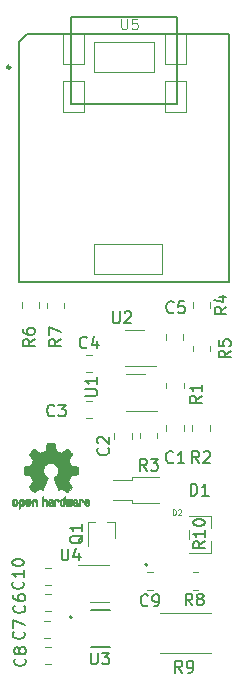
<source format=gbr>
%TF.GenerationSoftware,KiCad,Pcbnew,(6.0.7-1)-1*%
%TF.CreationDate,2022-09-21T15:36:28+10:00*%
%TF.ProjectId,open_jip,6f70656e-5f6a-4697-902e-6b696361645f,rev?*%
%TF.SameCoordinates,Original*%
%TF.FileFunction,Legend,Top*%
%TF.FilePolarity,Positive*%
%FSLAX46Y46*%
G04 Gerber Fmt 4.6, Leading zero omitted, Abs format (unit mm)*
G04 Created by KiCad (PCBNEW (6.0.7-1)-1) date 2022-09-21 15:36:28*
%MOMM*%
%LPD*%
G01*
G04 APERTURE LIST*
%ADD10C,0.150000*%
%ADD11C,0.120406*%
%ADD12C,0.101600*%
%ADD13C,0.120000*%
%ADD14C,0.200000*%
%ADD15C,0.010000*%
%ADD16C,0.066040*%
%ADD17C,0.127000*%
%ADD18C,0.254000*%
G04 APERTURE END LIST*
D10*
%TO.C,R4*%
X114289880Y-93179166D02*
X113813690Y-93512500D01*
X114289880Y-93750595D02*
X113289880Y-93750595D01*
X113289880Y-93369642D01*
X113337500Y-93274404D01*
X113385119Y-93226785D01*
X113480357Y-93179166D01*
X113623214Y-93179166D01*
X113718452Y-93226785D01*
X113766071Y-93274404D01*
X113813690Y-93369642D01*
X113813690Y-93750595D01*
X113623214Y-92322023D02*
X114289880Y-92322023D01*
X113242261Y-92560119D02*
X113956547Y-92798214D01*
X113956547Y-92179166D01*
%TO.C,C5*%
X109820833Y-93619642D02*
X109773214Y-93667261D01*
X109630357Y-93714880D01*
X109535119Y-93714880D01*
X109392261Y-93667261D01*
X109297023Y-93572023D01*
X109249404Y-93476785D01*
X109201785Y-93286309D01*
X109201785Y-93143452D01*
X109249404Y-92952976D01*
X109297023Y-92857738D01*
X109392261Y-92762500D01*
X109535119Y-92714880D01*
X109630357Y-92714880D01*
X109773214Y-92762500D01*
X109820833Y-92810119D01*
X110725595Y-92714880D02*
X110249404Y-92714880D01*
X110201785Y-93191071D01*
X110249404Y-93143452D01*
X110344642Y-93095833D01*
X110582738Y-93095833D01*
X110677976Y-93143452D01*
X110725595Y-93191071D01*
X110773214Y-93286309D01*
X110773214Y-93524404D01*
X110725595Y-93619642D01*
X110677976Y-93667261D01*
X110582738Y-93714880D01*
X110344642Y-93714880D01*
X110249404Y-93667261D01*
X110201785Y-93619642D01*
%TO.C,C7*%
X97107142Y-120666666D02*
X97154761Y-120714285D01*
X97202380Y-120857142D01*
X97202380Y-120952380D01*
X97154761Y-121095238D01*
X97059523Y-121190476D01*
X96964285Y-121238095D01*
X96773809Y-121285714D01*
X96630952Y-121285714D01*
X96440476Y-121238095D01*
X96345238Y-121190476D01*
X96250000Y-121095238D01*
X96202380Y-120952380D01*
X96202380Y-120857142D01*
X96250000Y-120714285D01*
X96297619Y-120666666D01*
X96202380Y-120333333D02*
X96202380Y-119666666D01*
X97202380Y-120095238D01*
%TO.C,R8*%
X111395833Y-118452380D02*
X111062500Y-117976190D01*
X110824404Y-118452380D02*
X110824404Y-117452380D01*
X111205357Y-117452380D01*
X111300595Y-117500000D01*
X111348214Y-117547619D01*
X111395833Y-117642857D01*
X111395833Y-117785714D01*
X111348214Y-117880952D01*
X111300595Y-117928571D01*
X111205357Y-117976190D01*
X110824404Y-117976190D01*
X111967261Y-117880952D02*
X111872023Y-117833333D01*
X111824404Y-117785714D01*
X111776785Y-117690476D01*
X111776785Y-117642857D01*
X111824404Y-117547619D01*
X111872023Y-117500000D01*
X111967261Y-117452380D01*
X112157738Y-117452380D01*
X112252976Y-117500000D01*
X112300595Y-117547619D01*
X112348214Y-117642857D01*
X112348214Y-117690476D01*
X112300595Y-117785714D01*
X112252976Y-117833333D01*
X112157738Y-117880952D01*
X111967261Y-117880952D01*
X111872023Y-117928571D01*
X111824404Y-117976190D01*
X111776785Y-118071428D01*
X111776785Y-118261904D01*
X111824404Y-118357142D01*
X111872023Y-118404761D01*
X111967261Y-118452380D01*
X112157738Y-118452380D01*
X112252976Y-118404761D01*
X112300595Y-118357142D01*
X112348214Y-118261904D01*
X112348214Y-118071428D01*
X112300595Y-117976190D01*
X112252976Y-117928571D01*
X112157738Y-117880952D01*
%TO.C,U1*%
X102352380Y-100711904D02*
X103161904Y-100711904D01*
X103257142Y-100664285D01*
X103304761Y-100616666D01*
X103352380Y-100521428D01*
X103352380Y-100330952D01*
X103304761Y-100235714D01*
X103257142Y-100188095D01*
X103161904Y-100140476D01*
X102352380Y-100140476D01*
X103352380Y-99140476D02*
X103352380Y-99711904D01*
X103352380Y-99426190D02*
X102352380Y-99426190D01*
X102495238Y-99521428D01*
X102590476Y-99616666D01*
X102638095Y-99711904D01*
D11*
%TO.C,D2*%
X109744515Y-110817877D02*
X109744515Y-110336253D01*
X109859188Y-110336253D01*
X109927991Y-110359188D01*
X109973860Y-110405056D01*
X109996794Y-110450925D01*
X110019729Y-110542663D01*
X110019729Y-110611467D01*
X109996794Y-110703205D01*
X109973860Y-110749074D01*
X109927991Y-110794943D01*
X109859188Y-110817877D01*
X109744515Y-110817877D01*
X110203205Y-110382122D02*
X110226139Y-110359188D01*
X110272008Y-110336253D01*
X110386680Y-110336253D01*
X110432549Y-110359188D01*
X110455484Y-110382122D01*
X110478418Y-110427991D01*
X110478418Y-110473860D01*
X110455484Y-110542663D01*
X110180270Y-110817877D01*
X110478418Y-110817877D01*
D10*
%TO.C,R10*%
X112464780Y-113045357D02*
X111988590Y-113378690D01*
X112464780Y-113616785D02*
X111464780Y-113616785D01*
X111464780Y-113235833D01*
X111512400Y-113140595D01*
X111560019Y-113092976D01*
X111655257Y-113045357D01*
X111798114Y-113045357D01*
X111893352Y-113092976D01*
X111940971Y-113140595D01*
X111988590Y-113235833D01*
X111988590Y-113616785D01*
X112464780Y-112092976D02*
X112464780Y-112664404D01*
X112464780Y-112378690D02*
X111464780Y-112378690D01*
X111607638Y-112473928D01*
X111702876Y-112569166D01*
X111750495Y-112664404D01*
X111464780Y-111473928D02*
X111464780Y-111378690D01*
X111512400Y-111283452D01*
X111560019Y-111235833D01*
X111655257Y-111188214D01*
X111845733Y-111140595D01*
X112083828Y-111140595D01*
X112274304Y-111188214D01*
X112369542Y-111235833D01*
X112417161Y-111283452D01*
X112464780Y-111378690D01*
X112464780Y-111473928D01*
X112417161Y-111569166D01*
X112369542Y-111616785D01*
X112274304Y-111664404D01*
X112083828Y-111712023D01*
X111845733Y-111712023D01*
X111655257Y-111664404D01*
X111560019Y-111616785D01*
X111512400Y-111569166D01*
X111464780Y-111473928D01*
D12*
%TO.C,U5*%
X105395166Y-68790286D02*
X105395166Y-69509953D01*
X105437500Y-69594620D01*
X105479833Y-69636953D01*
X105564500Y-69679286D01*
X105733833Y-69679286D01*
X105818500Y-69636953D01*
X105860833Y-69594620D01*
X105903166Y-69509953D01*
X105903166Y-68790286D01*
X106749833Y-68790286D02*
X106326500Y-68790286D01*
X106284166Y-69213620D01*
X106326500Y-69171286D01*
X106411166Y-69128953D01*
X106622833Y-69128953D01*
X106707500Y-69171286D01*
X106749833Y-69213620D01*
X106792166Y-69298286D01*
X106792166Y-69509953D01*
X106749833Y-69594620D01*
X106707500Y-69636953D01*
X106622833Y-69679286D01*
X106411166Y-69679286D01*
X106326500Y-69636953D01*
X106284166Y-69594620D01*
D10*
%TO.C,U3*%
X102800595Y-122452380D02*
X102800595Y-123261904D01*
X102848214Y-123357142D01*
X102895833Y-123404761D01*
X102991071Y-123452380D01*
X103181547Y-123452380D01*
X103276785Y-123404761D01*
X103324404Y-123357142D01*
X103372023Y-123261904D01*
X103372023Y-122452380D01*
X103752976Y-122452380D02*
X104372023Y-122452380D01*
X104038690Y-122833333D01*
X104181547Y-122833333D01*
X104276785Y-122880952D01*
X104324404Y-122928571D01*
X104372023Y-123023809D01*
X104372023Y-123261904D01*
X104324404Y-123357142D01*
X104276785Y-123404761D01*
X104181547Y-123452380D01*
X103895833Y-123452380D01*
X103800595Y-123404761D01*
X103752976Y-123357142D01*
%TO.C,R7*%
X100252380Y-95916666D02*
X99776190Y-96250000D01*
X100252380Y-96488095D02*
X99252380Y-96488095D01*
X99252380Y-96107142D01*
X99300000Y-96011904D01*
X99347619Y-95964285D01*
X99442857Y-95916666D01*
X99585714Y-95916666D01*
X99680952Y-95964285D01*
X99728571Y-96011904D01*
X99776190Y-96107142D01*
X99776190Y-96488095D01*
X99252380Y-95583333D02*
X99252380Y-94916666D01*
X100252380Y-95345238D01*
%TO.C,U4*%
X100338095Y-113652380D02*
X100338095Y-114461904D01*
X100385714Y-114557142D01*
X100433333Y-114604761D01*
X100528571Y-114652380D01*
X100719047Y-114652380D01*
X100814285Y-114604761D01*
X100861904Y-114557142D01*
X100909523Y-114461904D01*
X100909523Y-113652380D01*
X101814285Y-113985714D02*
X101814285Y-114652380D01*
X101576190Y-113604761D02*
X101338095Y-114319047D01*
X101957142Y-114319047D01*
%TO.C,C3*%
X99720833Y-102357142D02*
X99673214Y-102404761D01*
X99530357Y-102452380D01*
X99435119Y-102452380D01*
X99292261Y-102404761D01*
X99197023Y-102309523D01*
X99149404Y-102214285D01*
X99101785Y-102023809D01*
X99101785Y-101880952D01*
X99149404Y-101690476D01*
X99197023Y-101595238D01*
X99292261Y-101500000D01*
X99435119Y-101452380D01*
X99530357Y-101452380D01*
X99673214Y-101500000D01*
X99720833Y-101547619D01*
X100054166Y-101452380D02*
X100673214Y-101452380D01*
X100339880Y-101833333D01*
X100482738Y-101833333D01*
X100577976Y-101880952D01*
X100625595Y-101928571D01*
X100673214Y-102023809D01*
X100673214Y-102261904D01*
X100625595Y-102357142D01*
X100577976Y-102404761D01*
X100482738Y-102452380D01*
X100197023Y-102452380D01*
X100101785Y-102404761D01*
X100054166Y-102357142D01*
%TO.C,Q1*%
X102147619Y-112495238D02*
X102100000Y-112590476D01*
X102004761Y-112685714D01*
X101861904Y-112828571D01*
X101814285Y-112923809D01*
X101814285Y-113019047D01*
X102052380Y-112971428D02*
X102004761Y-113066666D01*
X101909523Y-113161904D01*
X101719047Y-113209523D01*
X101385714Y-113209523D01*
X101195238Y-113161904D01*
X101100000Y-113066666D01*
X101052380Y-112971428D01*
X101052380Y-112780952D01*
X101100000Y-112685714D01*
X101195238Y-112590476D01*
X101385714Y-112542857D01*
X101719047Y-112542857D01*
X101909523Y-112590476D01*
X102004761Y-112685714D01*
X102052380Y-112780952D01*
X102052380Y-112971428D01*
X102052380Y-111590476D02*
X102052380Y-112161904D01*
X102052380Y-111876190D02*
X101052380Y-111876190D01*
X101195238Y-111971428D01*
X101290476Y-112066666D01*
X101338095Y-112161904D01*
%TO.C,R9*%
X110533333Y-124152380D02*
X110200000Y-123676190D01*
X109961904Y-124152380D02*
X109961904Y-123152380D01*
X110342857Y-123152380D01*
X110438095Y-123200000D01*
X110485714Y-123247619D01*
X110533333Y-123342857D01*
X110533333Y-123485714D01*
X110485714Y-123580952D01*
X110438095Y-123628571D01*
X110342857Y-123676190D01*
X109961904Y-123676190D01*
X111009523Y-124152380D02*
X111200000Y-124152380D01*
X111295238Y-124104761D01*
X111342857Y-124057142D01*
X111438095Y-123914285D01*
X111485714Y-123723809D01*
X111485714Y-123342857D01*
X111438095Y-123247619D01*
X111390476Y-123200000D01*
X111295238Y-123152380D01*
X111104761Y-123152380D01*
X111009523Y-123200000D01*
X110961904Y-123247619D01*
X110914285Y-123342857D01*
X110914285Y-123580952D01*
X110961904Y-123676190D01*
X111009523Y-123723809D01*
X111104761Y-123771428D01*
X111295238Y-123771428D01*
X111390476Y-123723809D01*
X111438095Y-123676190D01*
X111485714Y-123580952D01*
%TO.C,C10*%
X97057142Y-116442857D02*
X97104761Y-116490476D01*
X97152380Y-116633333D01*
X97152380Y-116728571D01*
X97104761Y-116871428D01*
X97009523Y-116966666D01*
X96914285Y-117014285D01*
X96723809Y-117061904D01*
X96580952Y-117061904D01*
X96390476Y-117014285D01*
X96295238Y-116966666D01*
X96200000Y-116871428D01*
X96152380Y-116728571D01*
X96152380Y-116633333D01*
X96200000Y-116490476D01*
X96247619Y-116442857D01*
X97152380Y-115490476D02*
X97152380Y-116061904D01*
X97152380Y-115776190D02*
X96152380Y-115776190D01*
X96295238Y-115871428D01*
X96390476Y-115966666D01*
X96438095Y-116061904D01*
X96152380Y-114871428D02*
X96152380Y-114776190D01*
X96200000Y-114680952D01*
X96247619Y-114633333D01*
X96342857Y-114585714D01*
X96533333Y-114538095D01*
X96771428Y-114538095D01*
X96961904Y-114585714D01*
X97057142Y-114633333D01*
X97104761Y-114680952D01*
X97152380Y-114776190D01*
X97152380Y-114871428D01*
X97104761Y-114966666D01*
X97057142Y-115014285D01*
X96961904Y-115061904D01*
X96771428Y-115109523D01*
X96533333Y-115109523D01*
X96342857Y-115061904D01*
X96247619Y-115014285D01*
X96200000Y-114966666D01*
X96152380Y-114871428D01*
%TO.C,R3*%
X107533333Y-107052380D02*
X107200000Y-106576190D01*
X106961904Y-107052380D02*
X106961904Y-106052380D01*
X107342857Y-106052380D01*
X107438095Y-106100000D01*
X107485714Y-106147619D01*
X107533333Y-106242857D01*
X107533333Y-106385714D01*
X107485714Y-106480952D01*
X107438095Y-106528571D01*
X107342857Y-106576190D01*
X106961904Y-106576190D01*
X107866666Y-106052380D02*
X108485714Y-106052380D01*
X108152380Y-106433333D01*
X108295238Y-106433333D01*
X108390476Y-106480952D01*
X108438095Y-106528571D01*
X108485714Y-106623809D01*
X108485714Y-106861904D01*
X108438095Y-106957142D01*
X108390476Y-107004761D01*
X108295238Y-107052380D01*
X108009523Y-107052380D01*
X107914285Y-107004761D01*
X107866666Y-106957142D01*
%TO.C,C1*%
X109770833Y-106319642D02*
X109723214Y-106367261D01*
X109580357Y-106414880D01*
X109485119Y-106414880D01*
X109342261Y-106367261D01*
X109247023Y-106272023D01*
X109199404Y-106176785D01*
X109151785Y-105986309D01*
X109151785Y-105843452D01*
X109199404Y-105652976D01*
X109247023Y-105557738D01*
X109342261Y-105462500D01*
X109485119Y-105414880D01*
X109580357Y-105414880D01*
X109723214Y-105462500D01*
X109770833Y-105510119D01*
X110723214Y-106414880D02*
X110151785Y-106414880D01*
X110437500Y-106414880D02*
X110437500Y-105414880D01*
X110342261Y-105557738D01*
X110247023Y-105652976D01*
X110151785Y-105700595D01*
%TO.C,U2*%
X104675595Y-93564880D02*
X104675595Y-94374404D01*
X104723214Y-94469642D01*
X104770833Y-94517261D01*
X104866071Y-94564880D01*
X105056547Y-94564880D01*
X105151785Y-94517261D01*
X105199404Y-94469642D01*
X105247023Y-94374404D01*
X105247023Y-93564880D01*
X105675595Y-93660119D02*
X105723214Y-93612500D01*
X105818452Y-93564880D01*
X106056547Y-93564880D01*
X106151785Y-93612500D01*
X106199404Y-93660119D01*
X106247023Y-93755357D01*
X106247023Y-93850595D01*
X106199404Y-93993452D01*
X105627976Y-94564880D01*
X106247023Y-94564880D01*
%TO.C,R5*%
X114639880Y-96891666D02*
X114163690Y-97225000D01*
X114639880Y-97463095D02*
X113639880Y-97463095D01*
X113639880Y-97082142D01*
X113687500Y-96986904D01*
X113735119Y-96939285D01*
X113830357Y-96891666D01*
X113973214Y-96891666D01*
X114068452Y-96939285D01*
X114116071Y-96986904D01*
X114163690Y-97082142D01*
X114163690Y-97463095D01*
X113639880Y-95986904D02*
X113639880Y-96463095D01*
X114116071Y-96510714D01*
X114068452Y-96463095D01*
X114020833Y-96367857D01*
X114020833Y-96129761D01*
X114068452Y-96034523D01*
X114116071Y-95986904D01*
X114211309Y-95939285D01*
X114449404Y-95939285D01*
X114544642Y-95986904D01*
X114592261Y-96034523D01*
X114639880Y-96129761D01*
X114639880Y-96367857D01*
X114592261Y-96463095D01*
X114544642Y-96510714D01*
%TO.C,C4*%
X102483333Y-96607142D02*
X102435714Y-96654761D01*
X102292857Y-96702380D01*
X102197619Y-96702380D01*
X102054761Y-96654761D01*
X101959523Y-96559523D01*
X101911904Y-96464285D01*
X101864285Y-96273809D01*
X101864285Y-96130952D01*
X101911904Y-95940476D01*
X101959523Y-95845238D01*
X102054761Y-95750000D01*
X102197619Y-95702380D01*
X102292857Y-95702380D01*
X102435714Y-95750000D01*
X102483333Y-95797619D01*
X103340476Y-96035714D02*
X103340476Y-96702380D01*
X103102380Y-95654761D02*
X102864285Y-96369047D01*
X103483333Y-96369047D01*
%TO.C,C8*%
X97207142Y-122966666D02*
X97254761Y-123014285D01*
X97302380Y-123157142D01*
X97302380Y-123252380D01*
X97254761Y-123395238D01*
X97159523Y-123490476D01*
X97064285Y-123538095D01*
X96873809Y-123585714D01*
X96730952Y-123585714D01*
X96540476Y-123538095D01*
X96445238Y-123490476D01*
X96350000Y-123395238D01*
X96302380Y-123252380D01*
X96302380Y-123157142D01*
X96350000Y-123014285D01*
X96397619Y-122966666D01*
X96730952Y-122395238D02*
X96683333Y-122490476D01*
X96635714Y-122538095D01*
X96540476Y-122585714D01*
X96492857Y-122585714D01*
X96397619Y-122538095D01*
X96350000Y-122490476D01*
X96302380Y-122395238D01*
X96302380Y-122204761D01*
X96350000Y-122109523D01*
X96397619Y-122061904D01*
X96492857Y-122014285D01*
X96540476Y-122014285D01*
X96635714Y-122061904D01*
X96683333Y-122109523D01*
X96730952Y-122204761D01*
X96730952Y-122395238D01*
X96778571Y-122490476D01*
X96826190Y-122538095D01*
X96921428Y-122585714D01*
X97111904Y-122585714D01*
X97207142Y-122538095D01*
X97254761Y-122490476D01*
X97302380Y-122395238D01*
X97302380Y-122204761D01*
X97254761Y-122109523D01*
X97207142Y-122061904D01*
X97111904Y-122014285D01*
X96921428Y-122014285D01*
X96826190Y-122061904D01*
X96778571Y-122109523D01*
X96730952Y-122204761D01*
%TO.C,C6*%
X97157142Y-118466666D02*
X97204761Y-118514285D01*
X97252380Y-118657142D01*
X97252380Y-118752380D01*
X97204761Y-118895238D01*
X97109523Y-118990476D01*
X97014285Y-119038095D01*
X96823809Y-119085714D01*
X96680952Y-119085714D01*
X96490476Y-119038095D01*
X96395238Y-118990476D01*
X96300000Y-118895238D01*
X96252380Y-118752380D01*
X96252380Y-118657142D01*
X96300000Y-118514285D01*
X96347619Y-118466666D01*
X96252380Y-117609523D02*
X96252380Y-117800000D01*
X96300000Y-117895238D01*
X96347619Y-117942857D01*
X96490476Y-118038095D01*
X96680952Y-118085714D01*
X97061904Y-118085714D01*
X97157142Y-118038095D01*
X97204761Y-117990476D01*
X97252380Y-117895238D01*
X97252380Y-117704761D01*
X97204761Y-117609523D01*
X97157142Y-117561904D01*
X97061904Y-117514285D01*
X96823809Y-117514285D01*
X96728571Y-117561904D01*
X96680952Y-117609523D01*
X96633333Y-117704761D01*
X96633333Y-117895238D01*
X96680952Y-117990476D01*
X96728571Y-118038095D01*
X96823809Y-118085714D01*
%TO.C,D1*%
X111261904Y-109152380D02*
X111261904Y-108152380D01*
X111500000Y-108152380D01*
X111642857Y-108200000D01*
X111738095Y-108295238D01*
X111785714Y-108390476D01*
X111833333Y-108580952D01*
X111833333Y-108723809D01*
X111785714Y-108914285D01*
X111738095Y-109009523D01*
X111642857Y-109104761D01*
X111500000Y-109152380D01*
X111261904Y-109152380D01*
X112785714Y-109152380D02*
X112214285Y-109152380D01*
X112500000Y-109152380D02*
X112500000Y-108152380D01*
X112404761Y-108295238D01*
X112309523Y-108390476D01*
X112214285Y-108438095D01*
%TO.C,R6*%
X98052380Y-95916666D02*
X97576190Y-96250000D01*
X98052380Y-96488095D02*
X97052380Y-96488095D01*
X97052380Y-96107142D01*
X97100000Y-96011904D01*
X97147619Y-95964285D01*
X97242857Y-95916666D01*
X97385714Y-95916666D01*
X97480952Y-95964285D01*
X97528571Y-96011904D01*
X97576190Y-96107142D01*
X97576190Y-96488095D01*
X97052380Y-95059523D02*
X97052380Y-95250000D01*
X97100000Y-95345238D01*
X97147619Y-95392857D01*
X97290476Y-95488095D01*
X97480952Y-95535714D01*
X97861904Y-95535714D01*
X97957142Y-95488095D01*
X98004761Y-95440476D01*
X98052380Y-95345238D01*
X98052380Y-95154761D01*
X98004761Y-95059523D01*
X97957142Y-95011904D01*
X97861904Y-94964285D01*
X97623809Y-94964285D01*
X97528571Y-95011904D01*
X97480952Y-95059523D01*
X97433333Y-95154761D01*
X97433333Y-95345238D01*
X97480952Y-95440476D01*
X97528571Y-95488095D01*
X97623809Y-95535714D01*
%TO.C,C9*%
X107645833Y-118437142D02*
X107598214Y-118484761D01*
X107455357Y-118532380D01*
X107360119Y-118532380D01*
X107217261Y-118484761D01*
X107122023Y-118389523D01*
X107074404Y-118294285D01*
X107026785Y-118103809D01*
X107026785Y-117960952D01*
X107074404Y-117770476D01*
X107122023Y-117675238D01*
X107217261Y-117580000D01*
X107360119Y-117532380D01*
X107455357Y-117532380D01*
X107598214Y-117580000D01*
X107645833Y-117627619D01*
X108122023Y-118532380D02*
X108312500Y-118532380D01*
X108407738Y-118484761D01*
X108455357Y-118437142D01*
X108550595Y-118294285D01*
X108598214Y-118103809D01*
X108598214Y-117722857D01*
X108550595Y-117627619D01*
X108502976Y-117580000D01*
X108407738Y-117532380D01*
X108217261Y-117532380D01*
X108122023Y-117580000D01*
X108074404Y-117627619D01*
X108026785Y-117722857D01*
X108026785Y-117960952D01*
X108074404Y-118056190D01*
X108122023Y-118103809D01*
X108217261Y-118151428D01*
X108407738Y-118151428D01*
X108502976Y-118103809D01*
X108550595Y-118056190D01*
X108598214Y-117960952D01*
%TO.C,C2*%
X104257142Y-105116666D02*
X104304761Y-105164285D01*
X104352380Y-105307142D01*
X104352380Y-105402380D01*
X104304761Y-105545238D01*
X104209523Y-105640476D01*
X104114285Y-105688095D01*
X103923809Y-105735714D01*
X103780952Y-105735714D01*
X103590476Y-105688095D01*
X103495238Y-105640476D01*
X103400000Y-105545238D01*
X103352380Y-105402380D01*
X103352380Y-105307142D01*
X103400000Y-105164285D01*
X103447619Y-105116666D01*
X103447619Y-104735714D02*
X103400000Y-104688095D01*
X103352380Y-104592857D01*
X103352380Y-104354761D01*
X103400000Y-104259523D01*
X103447619Y-104211904D01*
X103542857Y-104164285D01*
X103638095Y-104164285D01*
X103780952Y-104211904D01*
X104352380Y-104783333D01*
X104352380Y-104164285D01*
%TO.C,R2*%
X111970833Y-106389880D02*
X111637500Y-105913690D01*
X111399404Y-106389880D02*
X111399404Y-105389880D01*
X111780357Y-105389880D01*
X111875595Y-105437500D01*
X111923214Y-105485119D01*
X111970833Y-105580357D01*
X111970833Y-105723214D01*
X111923214Y-105818452D01*
X111875595Y-105866071D01*
X111780357Y-105913690D01*
X111399404Y-105913690D01*
X112351785Y-105485119D02*
X112399404Y-105437500D01*
X112494642Y-105389880D01*
X112732738Y-105389880D01*
X112827976Y-105437500D01*
X112875595Y-105485119D01*
X112923214Y-105580357D01*
X112923214Y-105675595D01*
X112875595Y-105818452D01*
X112304166Y-106389880D01*
X112923214Y-106389880D01*
%TO.C,R1*%
X112189880Y-100716666D02*
X111713690Y-101050000D01*
X112189880Y-101288095D02*
X111189880Y-101288095D01*
X111189880Y-100907142D01*
X111237500Y-100811904D01*
X111285119Y-100764285D01*
X111380357Y-100716666D01*
X111523214Y-100716666D01*
X111618452Y-100764285D01*
X111666071Y-100811904D01*
X111713690Y-100907142D01*
X111713690Y-101288095D01*
X112189880Y-99764285D02*
X112189880Y-100335714D01*
X112189880Y-100050000D02*
X111189880Y-100050000D01*
X111332738Y-100145238D01*
X111427976Y-100240476D01*
X111475595Y-100335714D01*
D13*
%TO.C,R4*%
X111452500Y-92785436D02*
X111452500Y-93239564D01*
X112922500Y-92785436D02*
X112922500Y-93239564D01*
%TO.C,C5*%
X110622500Y-95973752D02*
X110622500Y-95451248D01*
X109152500Y-95973752D02*
X109152500Y-95451248D01*
%TO.C,C7*%
X99361252Y-121235000D02*
X98838748Y-121235000D01*
X99361252Y-119765000D02*
X98838748Y-119765000D01*
%TO.C,R8*%
X111435436Y-117135000D02*
X111889564Y-117135000D01*
X111435436Y-115665000D02*
X111889564Y-115665000D01*
%TO.C,U1*%
X106587500Y-102010000D02*
X108387500Y-102010000D01*
X106587500Y-98890000D02*
X105787500Y-98890000D01*
X106587500Y-102010000D02*
X105787500Y-102010000D01*
X106587500Y-98890000D02*
X107387500Y-98890000D01*
D14*
%TO.C,D2*%
X107600000Y-115000000D02*
G75*
G03*
X107600000Y-115000000I-100000J0D01*
G01*
D13*
%TO.C,R10*%
X111077500Y-114039800D02*
X112982500Y-114039800D01*
X112982500Y-111890960D02*
X112982500Y-110890200D01*
X112982500Y-110890200D02*
X111077500Y-110890200D01*
X111077500Y-112086540D02*
X111077500Y-112843460D01*
X112982500Y-114039800D02*
X112982500Y-113039040D01*
%TO.C,REF\u002A\u002A*%
G36*
X98116093Y-109427780D02*
G01*
X98162672Y-109454723D01*
X98195057Y-109481466D01*
X98218742Y-109509484D01*
X98235059Y-109543748D01*
X98245339Y-109589227D01*
X98250914Y-109650892D01*
X98253116Y-109733711D01*
X98253371Y-109793246D01*
X98253371Y-110012391D01*
X98191686Y-110040044D01*
X98130000Y-110067697D01*
X98122743Y-109827670D01*
X98119744Y-109738028D01*
X98116598Y-109672962D01*
X98112701Y-109628026D01*
X98107447Y-109598770D01*
X98100231Y-109580748D01*
X98090450Y-109569511D01*
X98087312Y-109567079D01*
X98039761Y-109548083D01*
X97991697Y-109555600D01*
X97963086Y-109575543D01*
X97951447Y-109589675D01*
X97943391Y-109608220D01*
X97938271Y-109636334D01*
X97935441Y-109679173D01*
X97934256Y-109741895D01*
X97934057Y-109807261D01*
X97934018Y-109889268D01*
X97932614Y-109947316D01*
X97927914Y-109986465D01*
X97917987Y-110011780D01*
X97900903Y-110028323D01*
X97874732Y-110041156D01*
X97839775Y-110054491D01*
X97801596Y-110069007D01*
X97806141Y-109811389D01*
X97807971Y-109718519D01*
X97810112Y-109649889D01*
X97813181Y-109600711D01*
X97817794Y-109566198D01*
X97824568Y-109541562D01*
X97834119Y-109522016D01*
X97845634Y-109504770D01*
X97901190Y-109449680D01*
X97968980Y-109417822D01*
X98042713Y-109410191D01*
X98116093Y-109427780D01*
G37*
D15*
X98116093Y-109427780D02*
X98162672Y-109454723D01*
X98195057Y-109481466D01*
X98218742Y-109509484D01*
X98235059Y-109543748D01*
X98245339Y-109589227D01*
X98250914Y-109650892D01*
X98253116Y-109733711D01*
X98253371Y-109793246D01*
X98253371Y-110012391D01*
X98191686Y-110040044D01*
X98130000Y-110067697D01*
X98122743Y-109827670D01*
X98119744Y-109738028D01*
X98116598Y-109672962D01*
X98112701Y-109628026D01*
X98107447Y-109598770D01*
X98100231Y-109580748D01*
X98090450Y-109569511D01*
X98087312Y-109567079D01*
X98039761Y-109548083D01*
X97991697Y-109555600D01*
X97963086Y-109575543D01*
X97951447Y-109589675D01*
X97943391Y-109608220D01*
X97938271Y-109636334D01*
X97935441Y-109679173D01*
X97934256Y-109741895D01*
X97934057Y-109807261D01*
X97934018Y-109889268D01*
X97932614Y-109947316D01*
X97927914Y-109986465D01*
X97917987Y-110011780D01*
X97900903Y-110028323D01*
X97874732Y-110041156D01*
X97839775Y-110054491D01*
X97801596Y-110069007D01*
X97806141Y-109811389D01*
X97807971Y-109718519D01*
X97810112Y-109649889D01*
X97813181Y-109600711D01*
X97817794Y-109566198D01*
X97824568Y-109541562D01*
X97834119Y-109522016D01*
X97845634Y-109504770D01*
X97901190Y-109449680D01*
X97968980Y-109417822D01*
X98042713Y-109410191D01*
X98116093Y-109427780D01*
G36*
X100184726Y-109590086D02*
G01*
X100207135Y-109538600D01*
X100242124Y-109498443D01*
X100269375Y-109477861D01*
X100318907Y-109455625D01*
X100376316Y-109445304D01*
X100429682Y-109448067D01*
X100459543Y-109459212D01*
X100471261Y-109462383D01*
X100479037Y-109450557D01*
X100484465Y-109418866D01*
X100488571Y-109370593D01*
X100493067Y-109316829D01*
X100499313Y-109284482D01*
X100510676Y-109265985D01*
X100530528Y-109253770D01*
X100543000Y-109248362D01*
X100590171Y-109228601D01*
X100590117Y-109565358D01*
X100589933Y-109673837D01*
X100589219Y-109757287D01*
X100587675Y-109819704D01*
X100585001Y-109865085D01*
X100580894Y-109897429D01*
X100575055Y-109920733D01*
X100567182Y-109938995D01*
X100561221Y-109949418D01*
X100511855Y-110005945D01*
X100449264Y-110041377D01*
X100380013Y-110054090D01*
X100310668Y-110042463D01*
X100269375Y-110021568D01*
X100226025Y-109985422D01*
X100196481Y-109941276D01*
X100178655Y-109883462D01*
X100170463Y-109806313D01*
X100169302Y-109749714D01*
X100169458Y-109745647D01*
X100270857Y-109745647D01*
X100271476Y-109810550D01*
X100274314Y-109853514D01*
X100280840Y-109881622D01*
X100292523Y-109901953D01*
X100306483Y-109917288D01*
X100353365Y-109946890D01*
X100403701Y-109949419D01*
X100451276Y-109924705D01*
X100454979Y-109921356D01*
X100470783Y-109903935D01*
X100480693Y-109883209D01*
X100486058Y-109852362D01*
X100488228Y-109804577D01*
X100488571Y-109751748D01*
X100487827Y-109685381D01*
X100484748Y-109641106D01*
X100478061Y-109612009D01*
X100466496Y-109591173D01*
X100457013Y-109580107D01*
X100412960Y-109552198D01*
X100362224Y-109548843D01*
X100313796Y-109570159D01*
X100304450Y-109578073D01*
X100288540Y-109595647D01*
X100278610Y-109616587D01*
X100273278Y-109647782D01*
X100271163Y-109696122D01*
X100270857Y-109745647D01*
X100169458Y-109745647D01*
X100172810Y-109658568D01*
X100184726Y-109590086D01*
G37*
X100184726Y-109590086D02*
X100207135Y-109538600D01*
X100242124Y-109498443D01*
X100269375Y-109477861D01*
X100318907Y-109455625D01*
X100376316Y-109445304D01*
X100429682Y-109448067D01*
X100459543Y-109459212D01*
X100471261Y-109462383D01*
X100479037Y-109450557D01*
X100484465Y-109418866D01*
X100488571Y-109370593D01*
X100493067Y-109316829D01*
X100499313Y-109284482D01*
X100510676Y-109265985D01*
X100530528Y-109253770D01*
X100543000Y-109248362D01*
X100590171Y-109228601D01*
X100590117Y-109565358D01*
X100589933Y-109673837D01*
X100589219Y-109757287D01*
X100587675Y-109819704D01*
X100585001Y-109865085D01*
X100580894Y-109897429D01*
X100575055Y-109920733D01*
X100567182Y-109938995D01*
X100561221Y-109949418D01*
X100511855Y-110005945D01*
X100449264Y-110041377D01*
X100380013Y-110054090D01*
X100310668Y-110042463D01*
X100269375Y-110021568D01*
X100226025Y-109985422D01*
X100196481Y-109941276D01*
X100178655Y-109883462D01*
X100170463Y-109806313D01*
X100169302Y-109749714D01*
X100169458Y-109745647D01*
X100270857Y-109745647D01*
X100271476Y-109810550D01*
X100274314Y-109853514D01*
X100280840Y-109881622D01*
X100292523Y-109901953D01*
X100306483Y-109917288D01*
X100353365Y-109946890D01*
X100403701Y-109949419D01*
X100451276Y-109924705D01*
X100454979Y-109921356D01*
X100470783Y-109903935D01*
X100480693Y-109883209D01*
X100486058Y-109852362D01*
X100488228Y-109804577D01*
X100488571Y-109751748D01*
X100487827Y-109685381D01*
X100484748Y-109641106D01*
X100478061Y-109612009D01*
X100466496Y-109591173D01*
X100457013Y-109580107D01*
X100412960Y-109552198D01*
X100362224Y-109548843D01*
X100313796Y-109570159D01*
X100304450Y-109578073D01*
X100288540Y-109595647D01*
X100278610Y-109616587D01*
X100273278Y-109647782D01*
X100271163Y-109696122D01*
X100270857Y-109745647D01*
X100169458Y-109745647D01*
X100172810Y-109658568D01*
X100184726Y-109590086D01*
G36*
X98775886Y-109351289D02*
G01*
X98780139Y-109410613D01*
X98785025Y-109445572D01*
X98791795Y-109460820D01*
X98801702Y-109461015D01*
X98804914Y-109459195D01*
X98847644Y-109446015D01*
X98903227Y-109446785D01*
X98959737Y-109460333D01*
X98995082Y-109477861D01*
X99031321Y-109505861D01*
X99057813Y-109537549D01*
X99075999Y-109577813D01*
X99087322Y-109631543D01*
X99093222Y-109703626D01*
X99095143Y-109798951D01*
X99095177Y-109817237D01*
X99095200Y-110022646D01*
X99049491Y-110038580D01*
X99017027Y-110049420D01*
X98999215Y-110054468D01*
X98998691Y-110054514D01*
X98996937Y-110040828D01*
X98995444Y-110003076D01*
X98994326Y-109946224D01*
X98993697Y-109875234D01*
X98993600Y-109832073D01*
X98993398Y-109746973D01*
X98992358Y-109685981D01*
X98989831Y-109644177D01*
X98985164Y-109616642D01*
X98977707Y-109598456D01*
X98966811Y-109584698D01*
X98960007Y-109578073D01*
X98913272Y-109551375D01*
X98862272Y-109549375D01*
X98816001Y-109571955D01*
X98807444Y-109580107D01*
X98794893Y-109595436D01*
X98786188Y-109613618D01*
X98780631Y-109639909D01*
X98777526Y-109679562D01*
X98776176Y-109737832D01*
X98775886Y-109818173D01*
X98775886Y-110022646D01*
X98730177Y-110038580D01*
X98697713Y-110049420D01*
X98679901Y-110054468D01*
X98679377Y-110054514D01*
X98678037Y-110040623D01*
X98676828Y-110001439D01*
X98675801Y-109940700D01*
X98675002Y-109862141D01*
X98674481Y-109769498D01*
X98674286Y-109666509D01*
X98674286Y-109269342D01*
X98721457Y-109249444D01*
X98768629Y-109229547D01*
X98775886Y-109351289D01*
G37*
X98775886Y-109351289D02*
X98780139Y-109410613D01*
X98785025Y-109445572D01*
X98791795Y-109460820D01*
X98801702Y-109461015D01*
X98804914Y-109459195D01*
X98847644Y-109446015D01*
X98903227Y-109446785D01*
X98959737Y-109460333D01*
X98995082Y-109477861D01*
X99031321Y-109505861D01*
X99057813Y-109537549D01*
X99075999Y-109577813D01*
X99087322Y-109631543D01*
X99093222Y-109703626D01*
X99095143Y-109798951D01*
X99095177Y-109817237D01*
X99095200Y-110022646D01*
X99049491Y-110038580D01*
X99017027Y-110049420D01*
X98999215Y-110054468D01*
X98998691Y-110054514D01*
X98996937Y-110040828D01*
X98995444Y-110003076D01*
X98994326Y-109946224D01*
X98993697Y-109875234D01*
X98993600Y-109832073D01*
X98993398Y-109746973D01*
X98992358Y-109685981D01*
X98989831Y-109644177D01*
X98985164Y-109616642D01*
X98977707Y-109598456D01*
X98966811Y-109584698D01*
X98960007Y-109578073D01*
X98913272Y-109551375D01*
X98862272Y-109549375D01*
X98816001Y-109571955D01*
X98807444Y-109580107D01*
X98794893Y-109595436D01*
X98786188Y-109613618D01*
X98780631Y-109639909D01*
X98777526Y-109679562D01*
X98776176Y-109737832D01*
X98775886Y-109818173D01*
X98775886Y-110022646D01*
X98730177Y-110038580D01*
X98697713Y-110049420D01*
X98679901Y-110054468D01*
X98679377Y-110054514D01*
X98678037Y-110040623D01*
X98676828Y-110001439D01*
X98675801Y-109940700D01*
X98675002Y-109862141D01*
X98674481Y-109769498D01*
X98674286Y-109666509D01*
X98674286Y-109269342D01*
X98721457Y-109249444D01*
X98768629Y-109229547D01*
X98775886Y-109351289D01*
G36*
X101179833Y-109458663D02*
G01*
X101182048Y-109496850D01*
X101183784Y-109554886D01*
X101184899Y-109628180D01*
X101185257Y-109705055D01*
X101185257Y-109965196D01*
X101139326Y-110011127D01*
X101107675Y-110039429D01*
X101079890Y-110050893D01*
X101041915Y-110050168D01*
X101026840Y-110048321D01*
X100979726Y-110042948D01*
X100940756Y-110039869D01*
X100931257Y-110039585D01*
X100899233Y-110041445D01*
X100853432Y-110046114D01*
X100835674Y-110048321D01*
X100792057Y-110051735D01*
X100762745Y-110044320D01*
X100733680Y-110021427D01*
X100723188Y-110011127D01*
X100677257Y-109965196D01*
X100677257Y-109478602D01*
X100714226Y-109461758D01*
X100746059Y-109449282D01*
X100764683Y-109444914D01*
X100769458Y-109458718D01*
X100773921Y-109497286D01*
X100777775Y-109556356D01*
X100780722Y-109631663D01*
X100782143Y-109695286D01*
X100786114Y-109945657D01*
X100820759Y-109950556D01*
X100852268Y-109947131D01*
X100867708Y-109936041D01*
X100872023Y-109915308D01*
X100875708Y-109871145D01*
X100878469Y-109809146D01*
X100880012Y-109734909D01*
X100880235Y-109696706D01*
X100880457Y-109476783D01*
X100926166Y-109460849D01*
X100958518Y-109450015D01*
X100976115Y-109444962D01*
X100976623Y-109444914D01*
X100978388Y-109458648D01*
X100980329Y-109496730D01*
X100982282Y-109554482D01*
X100984084Y-109627227D01*
X100985343Y-109695286D01*
X100989314Y-109945657D01*
X101076400Y-109945657D01*
X101080396Y-109717240D01*
X101084392Y-109488822D01*
X101126847Y-109466868D01*
X101158192Y-109451793D01*
X101176744Y-109444951D01*
X101177279Y-109444914D01*
X101179833Y-109458663D01*
G37*
X101179833Y-109458663D02*
X101182048Y-109496850D01*
X101183784Y-109554886D01*
X101184899Y-109628180D01*
X101185257Y-109705055D01*
X101185257Y-109965196D01*
X101139326Y-110011127D01*
X101107675Y-110039429D01*
X101079890Y-110050893D01*
X101041915Y-110050168D01*
X101026840Y-110048321D01*
X100979726Y-110042948D01*
X100940756Y-110039869D01*
X100931257Y-110039585D01*
X100899233Y-110041445D01*
X100853432Y-110046114D01*
X100835674Y-110048321D01*
X100792057Y-110051735D01*
X100762745Y-110044320D01*
X100733680Y-110021427D01*
X100723188Y-110011127D01*
X100677257Y-109965196D01*
X100677257Y-109478602D01*
X100714226Y-109461758D01*
X100746059Y-109449282D01*
X100764683Y-109444914D01*
X100769458Y-109458718D01*
X100773921Y-109497286D01*
X100777775Y-109556356D01*
X100780722Y-109631663D01*
X100782143Y-109695286D01*
X100786114Y-109945657D01*
X100820759Y-109950556D01*
X100852268Y-109947131D01*
X100867708Y-109936041D01*
X100872023Y-109915308D01*
X100875708Y-109871145D01*
X100878469Y-109809146D01*
X100880012Y-109734909D01*
X100880235Y-109696706D01*
X100880457Y-109476783D01*
X100926166Y-109460849D01*
X100958518Y-109450015D01*
X100976115Y-109444962D01*
X100976623Y-109444914D01*
X100978388Y-109458648D01*
X100980329Y-109496730D01*
X100982282Y-109554482D01*
X100984084Y-109627227D01*
X100985343Y-109695286D01*
X100989314Y-109945657D01*
X101076400Y-109945657D01*
X101080396Y-109717240D01*
X101084392Y-109488822D01*
X101126847Y-109466868D01*
X101158192Y-109451793D01*
X101176744Y-109444951D01*
X101177279Y-109444914D01*
X101179833Y-109458663D01*
G36*
X102268196Y-109595384D02*
G01*
X102281884Y-109546695D01*
X102304096Y-109510849D01*
X102336574Y-109482513D01*
X102350733Y-109473355D01*
X102415053Y-109449507D01*
X102485473Y-109448006D01*
X102553595Y-109466966D01*
X102611021Y-109504497D01*
X102638719Y-109538096D01*
X102660662Y-109599064D01*
X102662405Y-109647308D01*
X102658457Y-109711816D01*
X102509686Y-109776934D01*
X102437349Y-109810202D01*
X102390084Y-109836964D01*
X102365507Y-109860144D01*
X102361237Y-109882667D01*
X102374889Y-109907455D01*
X102389943Y-109923886D01*
X102433746Y-109950235D01*
X102481389Y-109952081D01*
X102525145Y-109931546D01*
X102557289Y-109890752D01*
X102563038Y-109876347D01*
X102590576Y-109831356D01*
X102622258Y-109812182D01*
X102665714Y-109795779D01*
X102665714Y-109857966D01*
X102661872Y-109900283D01*
X102646823Y-109935969D01*
X102615280Y-109976943D01*
X102610592Y-109982267D01*
X102575506Y-110018720D01*
X102545347Y-110038283D01*
X102507615Y-110047283D01*
X102476335Y-110050230D01*
X102420385Y-110050965D01*
X102380555Y-110041660D01*
X102355708Y-110027846D01*
X102316656Y-109997467D01*
X102289625Y-109964613D01*
X102272517Y-109923294D01*
X102263238Y-109867521D01*
X102259693Y-109791305D01*
X102259410Y-109752622D01*
X102260372Y-109706247D01*
X102348007Y-109706247D01*
X102349023Y-109731126D01*
X102351556Y-109735200D01*
X102368274Y-109729665D01*
X102404249Y-109715017D01*
X102452331Y-109694190D01*
X102462386Y-109689714D01*
X102523152Y-109658814D01*
X102556632Y-109631657D01*
X102563990Y-109606220D01*
X102546391Y-109580481D01*
X102531856Y-109569109D01*
X102479410Y-109546364D01*
X102430322Y-109550122D01*
X102389227Y-109577884D01*
X102360758Y-109627152D01*
X102351631Y-109666257D01*
X102348007Y-109706247D01*
X102260372Y-109706247D01*
X102261285Y-109662249D01*
X102268196Y-109595384D01*
G37*
X102268196Y-109595384D02*
X102281884Y-109546695D01*
X102304096Y-109510849D01*
X102336574Y-109482513D01*
X102350733Y-109473355D01*
X102415053Y-109449507D01*
X102485473Y-109448006D01*
X102553595Y-109466966D01*
X102611021Y-109504497D01*
X102638719Y-109538096D01*
X102660662Y-109599064D01*
X102662405Y-109647308D01*
X102658457Y-109711816D01*
X102509686Y-109776934D01*
X102437349Y-109810202D01*
X102390084Y-109836964D01*
X102365507Y-109860144D01*
X102361237Y-109882667D01*
X102374889Y-109907455D01*
X102389943Y-109923886D01*
X102433746Y-109950235D01*
X102481389Y-109952081D01*
X102525145Y-109931546D01*
X102557289Y-109890752D01*
X102563038Y-109876347D01*
X102590576Y-109831356D01*
X102622258Y-109812182D01*
X102665714Y-109795779D01*
X102665714Y-109857966D01*
X102661872Y-109900283D01*
X102646823Y-109935969D01*
X102615280Y-109976943D01*
X102610592Y-109982267D01*
X102575506Y-110018720D01*
X102545347Y-110038283D01*
X102507615Y-110047283D01*
X102476335Y-110050230D01*
X102420385Y-110050965D01*
X102380555Y-110041660D01*
X102355708Y-110027846D01*
X102316656Y-109997467D01*
X102289625Y-109964613D01*
X102272517Y-109923294D01*
X102263238Y-109867521D01*
X102259693Y-109791305D01*
X102259410Y-109752622D01*
X102260372Y-109706247D01*
X102348007Y-109706247D01*
X102349023Y-109731126D01*
X102351556Y-109735200D01*
X102368274Y-109729665D01*
X102404249Y-109715017D01*
X102452331Y-109694190D01*
X102462386Y-109689714D01*
X102523152Y-109658814D01*
X102556632Y-109631657D01*
X102563990Y-109606220D01*
X102546391Y-109580481D01*
X102531856Y-109569109D01*
X102479410Y-109546364D01*
X102430322Y-109550122D01*
X102389227Y-109577884D01*
X102360758Y-109627152D01*
X102351631Y-109666257D01*
X102348007Y-109706247D01*
X102260372Y-109706247D01*
X102261285Y-109662249D01*
X102268196Y-109595384D01*
G36*
X99439744Y-109450968D02*
G01*
X99496616Y-109472087D01*
X99497267Y-109472493D01*
X99532440Y-109498380D01*
X99558407Y-109528633D01*
X99576670Y-109568058D01*
X99588732Y-109621462D01*
X99596096Y-109693651D01*
X99600264Y-109789432D01*
X99600629Y-109803078D01*
X99605876Y-110008842D01*
X99561716Y-110031678D01*
X99529763Y-110047110D01*
X99510470Y-110054423D01*
X99509578Y-110054514D01*
X99506239Y-110041022D01*
X99503587Y-110004626D01*
X99501956Y-109951452D01*
X99501600Y-109908393D01*
X99501592Y-109838641D01*
X99498403Y-109794837D01*
X99487288Y-109773944D01*
X99463501Y-109772925D01*
X99422296Y-109788741D01*
X99360086Y-109817815D01*
X99314341Y-109841963D01*
X99290813Y-109862913D01*
X99283896Y-109885747D01*
X99283886Y-109886877D01*
X99295299Y-109926212D01*
X99329092Y-109947462D01*
X99380809Y-109950539D01*
X99418061Y-109950006D01*
X99437703Y-109960735D01*
X99449952Y-109986505D01*
X99457002Y-110019337D01*
X99446842Y-110037966D01*
X99443017Y-110040632D01*
X99407001Y-110051340D01*
X99356566Y-110052856D01*
X99304626Y-110045759D01*
X99267822Y-110032788D01*
X99216938Y-109989585D01*
X99188014Y-109929446D01*
X99182286Y-109882462D01*
X99186657Y-109840082D01*
X99202475Y-109805488D01*
X99233797Y-109774763D01*
X99284678Y-109743990D01*
X99359176Y-109709252D01*
X99363714Y-109707288D01*
X99430821Y-109676287D01*
X99472232Y-109650862D01*
X99489981Y-109628014D01*
X99486107Y-109604745D01*
X99462643Y-109578056D01*
X99455627Y-109571914D01*
X99408630Y-109548100D01*
X99359933Y-109549103D01*
X99317522Y-109572451D01*
X99289384Y-109615675D01*
X99286769Y-109624160D01*
X99261308Y-109665308D01*
X99229001Y-109685128D01*
X99182286Y-109704770D01*
X99182286Y-109653950D01*
X99196496Y-109580082D01*
X99238675Y-109512327D01*
X99260624Y-109489661D01*
X99310517Y-109460569D01*
X99373967Y-109447400D01*
X99439744Y-109450968D01*
G37*
X99439744Y-109450968D02*
X99496616Y-109472087D01*
X99497267Y-109472493D01*
X99532440Y-109498380D01*
X99558407Y-109528633D01*
X99576670Y-109568058D01*
X99588732Y-109621462D01*
X99596096Y-109693651D01*
X99600264Y-109789432D01*
X99600629Y-109803078D01*
X99605876Y-110008842D01*
X99561716Y-110031678D01*
X99529763Y-110047110D01*
X99510470Y-110054423D01*
X99509578Y-110054514D01*
X99506239Y-110041022D01*
X99503587Y-110004626D01*
X99501956Y-109951452D01*
X99501600Y-109908393D01*
X99501592Y-109838641D01*
X99498403Y-109794837D01*
X99487288Y-109773944D01*
X99463501Y-109772925D01*
X99422296Y-109788741D01*
X99360086Y-109817815D01*
X99314341Y-109841963D01*
X99290813Y-109862913D01*
X99283896Y-109885747D01*
X99283886Y-109886877D01*
X99295299Y-109926212D01*
X99329092Y-109947462D01*
X99380809Y-109950539D01*
X99418061Y-109950006D01*
X99437703Y-109960735D01*
X99449952Y-109986505D01*
X99457002Y-110019337D01*
X99446842Y-110037966D01*
X99443017Y-110040632D01*
X99407001Y-110051340D01*
X99356566Y-110052856D01*
X99304626Y-110045759D01*
X99267822Y-110032788D01*
X99216938Y-109989585D01*
X99188014Y-109929446D01*
X99182286Y-109882462D01*
X99186657Y-109840082D01*
X99202475Y-109805488D01*
X99233797Y-109774763D01*
X99284678Y-109743990D01*
X99359176Y-109709252D01*
X99363714Y-109707288D01*
X99430821Y-109676287D01*
X99472232Y-109650862D01*
X99489981Y-109628014D01*
X99486107Y-109604745D01*
X99462643Y-109578056D01*
X99455627Y-109571914D01*
X99408630Y-109548100D01*
X99359933Y-109549103D01*
X99317522Y-109572451D01*
X99289384Y-109615675D01*
X99286769Y-109624160D01*
X99261308Y-109665308D01*
X99229001Y-109685128D01*
X99182286Y-109704770D01*
X99182286Y-109653950D01*
X99196496Y-109580082D01*
X99238675Y-109512327D01*
X99260624Y-109489661D01*
X99310517Y-109460569D01*
X99373967Y-109447400D01*
X99439744Y-109450968D01*
G36*
X102052600Y-109458752D02*
G01*
X102069948Y-109466334D01*
X102111356Y-109499128D01*
X102146765Y-109546547D01*
X102168664Y-109597151D01*
X102172229Y-109622098D01*
X102160279Y-109656927D01*
X102134067Y-109675357D01*
X102105964Y-109686516D01*
X102093095Y-109688572D01*
X102086829Y-109673649D01*
X102074456Y-109641175D01*
X102069028Y-109626502D01*
X102038590Y-109575744D01*
X101994520Y-109550427D01*
X101938010Y-109551206D01*
X101933825Y-109552203D01*
X101903655Y-109566507D01*
X101881476Y-109594393D01*
X101866327Y-109639287D01*
X101857250Y-109704615D01*
X101853286Y-109793804D01*
X101852914Y-109841261D01*
X101852730Y-109916071D01*
X101851522Y-109967069D01*
X101848309Y-109999471D01*
X101842109Y-110018495D01*
X101831940Y-110029356D01*
X101816819Y-110037272D01*
X101815946Y-110037670D01*
X101786828Y-110049981D01*
X101772403Y-110054514D01*
X101770186Y-110040809D01*
X101768289Y-110002925D01*
X101766847Y-109945715D01*
X101765998Y-109874027D01*
X101765829Y-109821565D01*
X101766692Y-109720047D01*
X101770070Y-109643032D01*
X101777142Y-109586023D01*
X101789088Y-109544526D01*
X101807090Y-109514043D01*
X101832327Y-109490080D01*
X101857247Y-109473355D01*
X101917171Y-109451097D01*
X101986911Y-109446076D01*
X102052600Y-109458752D01*
G37*
X102052600Y-109458752D02*
X102069948Y-109466334D01*
X102111356Y-109499128D01*
X102146765Y-109546547D01*
X102168664Y-109597151D01*
X102172229Y-109622098D01*
X102160279Y-109656927D01*
X102134067Y-109675357D01*
X102105964Y-109686516D01*
X102093095Y-109688572D01*
X102086829Y-109673649D01*
X102074456Y-109641175D01*
X102069028Y-109626502D01*
X102038590Y-109575744D01*
X101994520Y-109550427D01*
X101938010Y-109551206D01*
X101933825Y-109552203D01*
X101903655Y-109566507D01*
X101881476Y-109594393D01*
X101866327Y-109639287D01*
X101857250Y-109704615D01*
X101853286Y-109793804D01*
X101852914Y-109841261D01*
X101852730Y-109916071D01*
X101851522Y-109967069D01*
X101848309Y-109999471D01*
X101842109Y-110018495D01*
X101831940Y-110029356D01*
X101816819Y-110037272D01*
X101815946Y-110037670D01*
X101786828Y-110049981D01*
X101772403Y-110054514D01*
X101770186Y-110040809D01*
X101768289Y-110002925D01*
X101766847Y-109945715D01*
X101765998Y-109874027D01*
X101765829Y-109821565D01*
X101766692Y-109720047D01*
X101770070Y-109643032D01*
X101777142Y-109586023D01*
X101789088Y-109544526D01*
X101807090Y-109514043D01*
X101832327Y-109490080D01*
X101857247Y-109473355D01*
X101917171Y-109451097D01*
X101986911Y-109446076D01*
X102052600Y-109458752D01*
G36*
X96137096Y-109608159D02*
G01*
X96142068Y-109571949D01*
X96150713Y-109545299D01*
X96164005Y-109521722D01*
X96166943Y-109517338D01*
X96216313Y-109458249D01*
X96270109Y-109423947D01*
X96335602Y-109410331D01*
X96357842Y-109409665D01*
X96441115Y-109421962D01*
X96509145Y-109457733D01*
X96559351Y-109515301D01*
X96577185Y-109552312D01*
X96591063Y-109607882D01*
X96598167Y-109678096D01*
X96598840Y-109754727D01*
X96593427Y-109829552D01*
X96582270Y-109894342D01*
X96565714Y-109940873D01*
X96560626Y-109948887D01*
X96500355Y-110008707D01*
X96428769Y-110044535D01*
X96351092Y-110055020D01*
X96272548Y-110038810D01*
X96250689Y-110029092D01*
X96208122Y-109999143D01*
X96170763Y-109959433D01*
X96167232Y-109954397D01*
X96152881Y-109930124D01*
X96143394Y-109904178D01*
X96137790Y-109870022D01*
X96135086Y-109821119D01*
X96134299Y-109750935D01*
X96134286Y-109735200D01*
X96134322Y-109730192D01*
X96279429Y-109730192D01*
X96280273Y-109796430D01*
X96283596Y-109840386D01*
X96290583Y-109868779D01*
X96302416Y-109888325D01*
X96308457Y-109894857D01*
X96343186Y-109919680D01*
X96376903Y-109918548D01*
X96410995Y-109897016D01*
X96431329Y-109874029D01*
X96443371Y-109840478D01*
X96450134Y-109787569D01*
X96450598Y-109781399D01*
X96451752Y-109685513D01*
X96439688Y-109614299D01*
X96414570Y-109568194D01*
X96376560Y-109547635D01*
X96362992Y-109546514D01*
X96327364Y-109552152D01*
X96302994Y-109571686D01*
X96288093Y-109609042D01*
X96280875Y-109668150D01*
X96279429Y-109730192D01*
X96134322Y-109730192D01*
X96134826Y-109660413D01*
X96137096Y-109608159D01*
G37*
X96137096Y-109608159D02*
X96142068Y-109571949D01*
X96150713Y-109545299D01*
X96164005Y-109521722D01*
X96166943Y-109517338D01*
X96216313Y-109458249D01*
X96270109Y-109423947D01*
X96335602Y-109410331D01*
X96357842Y-109409665D01*
X96441115Y-109421962D01*
X96509145Y-109457733D01*
X96559351Y-109515301D01*
X96577185Y-109552312D01*
X96591063Y-109607882D01*
X96598167Y-109678096D01*
X96598840Y-109754727D01*
X96593427Y-109829552D01*
X96582270Y-109894342D01*
X96565714Y-109940873D01*
X96560626Y-109948887D01*
X96500355Y-110008707D01*
X96428769Y-110044535D01*
X96351092Y-110055020D01*
X96272548Y-110038810D01*
X96250689Y-110029092D01*
X96208122Y-109999143D01*
X96170763Y-109959433D01*
X96167232Y-109954397D01*
X96152881Y-109930124D01*
X96143394Y-109904178D01*
X96137790Y-109870022D01*
X96135086Y-109821119D01*
X96134299Y-109750935D01*
X96134286Y-109735200D01*
X96134322Y-109730192D01*
X96279429Y-109730192D01*
X96280273Y-109796430D01*
X96283596Y-109840386D01*
X96290583Y-109868779D01*
X96302416Y-109888325D01*
X96308457Y-109894857D01*
X96343186Y-109919680D01*
X96376903Y-109918548D01*
X96410995Y-109897016D01*
X96431329Y-109874029D01*
X96443371Y-109840478D01*
X96450134Y-109787569D01*
X96450598Y-109781399D01*
X96451752Y-109685513D01*
X96439688Y-109614299D01*
X96414570Y-109568194D01*
X96376560Y-109547635D01*
X96362992Y-109546514D01*
X96327364Y-109552152D01*
X96302994Y-109571686D01*
X96288093Y-109609042D01*
X96280875Y-109668150D01*
X96279429Y-109730192D01*
X96134322Y-109730192D01*
X96134826Y-109660413D01*
X96137096Y-109608159D01*
G36*
X97271550Y-109536212D02*
G01*
X97305456Y-109487302D01*
X97366653Y-109437878D01*
X97434063Y-109413359D01*
X97502880Y-109411797D01*
X97568303Y-109431239D01*
X97625527Y-109469735D01*
X97669749Y-109525335D01*
X97696167Y-109596086D01*
X97701510Y-109648162D01*
X97700903Y-109669893D01*
X97695822Y-109686531D01*
X97681855Y-109701437D01*
X97654589Y-109717973D01*
X97609612Y-109739498D01*
X97542511Y-109769374D01*
X97542171Y-109769524D01*
X97480407Y-109797813D01*
X97429759Y-109822933D01*
X97395404Y-109842179D01*
X97382518Y-109852848D01*
X97382514Y-109852934D01*
X97393872Y-109876166D01*
X97420431Y-109901774D01*
X97450923Y-109920221D01*
X97466370Y-109923886D01*
X97508515Y-109911212D01*
X97544808Y-109879471D01*
X97562517Y-109844572D01*
X97579552Y-109818845D01*
X97612922Y-109789546D01*
X97652149Y-109764235D01*
X97686756Y-109750471D01*
X97693993Y-109749714D01*
X97702139Y-109762160D01*
X97702630Y-109793972D01*
X97696643Y-109836866D01*
X97685357Y-109882558D01*
X97669950Y-109922761D01*
X97669171Y-109924322D01*
X97622804Y-109989062D01*
X97562711Y-110033097D01*
X97494465Y-110054711D01*
X97423638Y-110052185D01*
X97355804Y-110023804D01*
X97352788Y-110021808D01*
X97299427Y-109973448D01*
X97264340Y-109910352D01*
X97244922Y-109827387D01*
X97242316Y-109804078D01*
X97237701Y-109694055D01*
X97243233Y-109642748D01*
X97382514Y-109642748D01*
X97384324Y-109674753D01*
X97394222Y-109684093D01*
X97418898Y-109677105D01*
X97457795Y-109660587D01*
X97501275Y-109639881D01*
X97502356Y-109639333D01*
X97539209Y-109619949D01*
X97554000Y-109607013D01*
X97550353Y-109593451D01*
X97534995Y-109575632D01*
X97495923Y-109549845D01*
X97453846Y-109547950D01*
X97416103Y-109566717D01*
X97390034Y-109602915D01*
X97382514Y-109642748D01*
X97243233Y-109642748D01*
X97247194Y-109606027D01*
X97271550Y-109536212D01*
G37*
X97271550Y-109536212D02*
X97305456Y-109487302D01*
X97366653Y-109437878D01*
X97434063Y-109413359D01*
X97502880Y-109411797D01*
X97568303Y-109431239D01*
X97625527Y-109469735D01*
X97669749Y-109525335D01*
X97696167Y-109596086D01*
X97701510Y-109648162D01*
X97700903Y-109669893D01*
X97695822Y-109686531D01*
X97681855Y-109701437D01*
X97654589Y-109717973D01*
X97609612Y-109739498D01*
X97542511Y-109769374D01*
X97542171Y-109769524D01*
X97480407Y-109797813D01*
X97429759Y-109822933D01*
X97395404Y-109842179D01*
X97382518Y-109852848D01*
X97382514Y-109852934D01*
X97393872Y-109876166D01*
X97420431Y-109901774D01*
X97450923Y-109920221D01*
X97466370Y-109923886D01*
X97508515Y-109911212D01*
X97544808Y-109879471D01*
X97562517Y-109844572D01*
X97579552Y-109818845D01*
X97612922Y-109789546D01*
X97652149Y-109764235D01*
X97686756Y-109750471D01*
X97693993Y-109749714D01*
X97702139Y-109762160D01*
X97702630Y-109793972D01*
X97696643Y-109836866D01*
X97685357Y-109882558D01*
X97669950Y-109922761D01*
X97669171Y-109924322D01*
X97622804Y-109989062D01*
X97562711Y-110033097D01*
X97494465Y-110054711D01*
X97423638Y-110052185D01*
X97355804Y-110023804D01*
X97352788Y-110021808D01*
X97299427Y-109973448D01*
X97264340Y-109910352D01*
X97244922Y-109827387D01*
X97242316Y-109804078D01*
X97237701Y-109694055D01*
X97243233Y-109642748D01*
X97382514Y-109642748D01*
X97384324Y-109674753D01*
X97394222Y-109684093D01*
X97418898Y-109677105D01*
X97457795Y-109660587D01*
X97501275Y-109639881D01*
X97502356Y-109639333D01*
X97539209Y-109619949D01*
X97554000Y-109607013D01*
X97550353Y-109593451D01*
X97534995Y-109575632D01*
X97495923Y-109549845D01*
X97453846Y-109547950D01*
X97416103Y-109566717D01*
X97390034Y-109602915D01*
X97382514Y-109642748D01*
X97243233Y-109642748D01*
X97247194Y-109606027D01*
X97271550Y-109536212D01*
G36*
X99503910Y-104742348D02*
G01*
X99582454Y-104742778D01*
X99639298Y-104743942D01*
X99678105Y-104746207D01*
X99702538Y-104749940D01*
X99716262Y-104755506D01*
X99722940Y-104763273D01*
X99726236Y-104773605D01*
X99726556Y-104774943D01*
X99731562Y-104799079D01*
X99740829Y-104846701D01*
X99753392Y-104912741D01*
X99768287Y-104992128D01*
X99784551Y-105079796D01*
X99785119Y-105082875D01*
X99801410Y-105168789D01*
X99816652Y-105244696D01*
X99829861Y-105306045D01*
X99840054Y-105348282D01*
X99846248Y-105366855D01*
X99846543Y-105367184D01*
X99864788Y-105376253D01*
X99902405Y-105391367D01*
X99951271Y-105409262D01*
X99951543Y-105409358D01*
X100013093Y-105432493D01*
X100085657Y-105461965D01*
X100154057Y-105491597D01*
X100157294Y-105493062D01*
X100268702Y-105543626D01*
X100515399Y-105375160D01*
X100591077Y-105323803D01*
X100659631Y-105277889D01*
X100717088Y-105240030D01*
X100759476Y-105212837D01*
X100782825Y-105198921D01*
X100785042Y-105197889D01*
X100802010Y-105202484D01*
X100833701Y-105224655D01*
X100881352Y-105265447D01*
X100946198Y-105325905D01*
X101012397Y-105390227D01*
X101076214Y-105453612D01*
X101133329Y-105511451D01*
X101180305Y-105560175D01*
X101213703Y-105596210D01*
X101230085Y-105615984D01*
X101230694Y-105617002D01*
X101232505Y-105630572D01*
X101225683Y-105652733D01*
X101208540Y-105686478D01*
X101179393Y-105734800D01*
X101136555Y-105800692D01*
X101079448Y-105885517D01*
X101028766Y-105960177D01*
X100983461Y-106027140D01*
X100946150Y-106082516D01*
X100919452Y-106122420D01*
X100905985Y-106142962D01*
X100905137Y-106144356D01*
X100906781Y-106164038D01*
X100919245Y-106202293D01*
X100940048Y-106251889D01*
X100947462Y-106267728D01*
X100979814Y-106338290D01*
X101014328Y-106418353D01*
X101042365Y-106487629D01*
X101062568Y-106539045D01*
X101078615Y-106578119D01*
X101087888Y-106598541D01*
X101089041Y-106600114D01*
X101106096Y-106602721D01*
X101146298Y-106609863D01*
X101204302Y-106620523D01*
X101274763Y-106633685D01*
X101352335Y-106648333D01*
X101431672Y-106663449D01*
X101507431Y-106678018D01*
X101574264Y-106691022D01*
X101626828Y-106701445D01*
X101659776Y-106708270D01*
X101667857Y-106710199D01*
X101676205Y-106714962D01*
X101682506Y-106725718D01*
X101687045Y-106746098D01*
X101690104Y-106779734D01*
X101691967Y-106830255D01*
X101692918Y-106901292D01*
X101693240Y-106996476D01*
X101693257Y-107035492D01*
X101693257Y-107352799D01*
X101617057Y-107367839D01*
X101574663Y-107375995D01*
X101511400Y-107387899D01*
X101434962Y-107402116D01*
X101353043Y-107417210D01*
X101330400Y-107421355D01*
X101254806Y-107436053D01*
X101188953Y-107450505D01*
X101138366Y-107463375D01*
X101108574Y-107473322D01*
X101103612Y-107476287D01*
X101091426Y-107497283D01*
X101073953Y-107537967D01*
X101054577Y-107590322D01*
X101050734Y-107601600D01*
X101025339Y-107671523D01*
X100993817Y-107750418D01*
X100962969Y-107821266D01*
X100962817Y-107821595D01*
X100911447Y-107932733D01*
X101080399Y-108181253D01*
X101249352Y-108429772D01*
X101032429Y-108647058D01*
X100966819Y-108711726D01*
X100906979Y-108768733D01*
X100856267Y-108815033D01*
X100818046Y-108847584D01*
X100795675Y-108863343D01*
X100792466Y-108864343D01*
X100773626Y-108856469D01*
X100735180Y-108834578D01*
X100681330Y-108801267D01*
X100616276Y-108759131D01*
X100545940Y-108711943D01*
X100474555Y-108663810D01*
X100410908Y-108621928D01*
X100359041Y-108588871D01*
X100322995Y-108567218D01*
X100306867Y-108559543D01*
X100287189Y-108566037D01*
X100249875Y-108583150D01*
X100202621Y-108607326D01*
X100197612Y-108610013D01*
X100133977Y-108641927D01*
X100090341Y-108657579D01*
X100063202Y-108657745D01*
X100049057Y-108643204D01*
X100048975Y-108643000D01*
X100041905Y-108625779D01*
X100025042Y-108584899D01*
X99999695Y-108523525D01*
X99967171Y-108444819D01*
X99928778Y-108351947D01*
X99885822Y-108248072D01*
X99844222Y-108147502D01*
X99798504Y-108036516D01*
X99756526Y-107933703D01*
X99719548Y-107842215D01*
X99688827Y-107765201D01*
X99665622Y-107705815D01*
X99651190Y-107667209D01*
X99646743Y-107652800D01*
X99657896Y-107636272D01*
X99687069Y-107609930D01*
X99725971Y-107580887D01*
X99836757Y-107489039D01*
X99923351Y-107383759D01*
X99984716Y-107267266D01*
X100019815Y-107141776D01*
X100027608Y-107009507D01*
X100021943Y-106948457D01*
X99991078Y-106821795D01*
X99937920Y-106709941D01*
X99865767Y-106614001D01*
X99777917Y-106535076D01*
X99677665Y-106474270D01*
X99568310Y-106432687D01*
X99453147Y-106411428D01*
X99335475Y-106411599D01*
X99218590Y-106434301D01*
X99105789Y-106480638D01*
X99000369Y-106551713D01*
X98956368Y-106591911D01*
X98871979Y-106695129D01*
X98813222Y-106807925D01*
X98779704Y-106927010D01*
X98771035Y-107049095D01*
X98786823Y-107170893D01*
X98826678Y-107289116D01*
X98890207Y-107400475D01*
X98977021Y-107501684D01*
X99074029Y-107580887D01*
X99114437Y-107611162D01*
X99142982Y-107637219D01*
X99153257Y-107652825D01*
X99147877Y-107669843D01*
X99132575Y-107710500D01*
X99108612Y-107771642D01*
X99077244Y-107850119D01*
X99039732Y-107942780D01*
X98997333Y-108046472D01*
X98955663Y-108147526D01*
X98909690Y-108258607D01*
X98867107Y-108361541D01*
X98829221Y-108453165D01*
X98797340Y-108530316D01*
X98772771Y-108589831D01*
X98756820Y-108628544D01*
X98750910Y-108643000D01*
X98736948Y-108657685D01*
X98709940Y-108657642D01*
X98666413Y-108642099D01*
X98602890Y-108610284D01*
X98602388Y-108610013D01*
X98554560Y-108585323D01*
X98515897Y-108567338D01*
X98494095Y-108559614D01*
X98493133Y-108559543D01*
X98476721Y-108567378D01*
X98440487Y-108589165D01*
X98388474Y-108622328D01*
X98324725Y-108664291D01*
X98254060Y-108711943D01*
X98182116Y-108760191D01*
X98117274Y-108802151D01*
X98063735Y-108835227D01*
X98025697Y-108856821D01*
X98007533Y-108864343D01*
X97990808Y-108854457D01*
X97957180Y-108826826D01*
X97910010Y-108784495D01*
X97852658Y-108730505D01*
X97788484Y-108667899D01*
X97767497Y-108646983D01*
X97550499Y-108429623D01*
X97715668Y-108187220D01*
X97765864Y-108112781D01*
X97809919Y-108045972D01*
X97845362Y-107990665D01*
X97869719Y-107950729D01*
X97880522Y-107930036D01*
X97880838Y-107928563D01*
X97875143Y-107909058D01*
X97859826Y-107869822D01*
X97837537Y-107817430D01*
X97821893Y-107782355D01*
X97792641Y-107715201D01*
X97765094Y-107647358D01*
X97743737Y-107590034D01*
X97737935Y-107572572D01*
X97721452Y-107525938D01*
X97705340Y-107489905D01*
X97696490Y-107476287D01*
X97676960Y-107467952D01*
X97634334Y-107456137D01*
X97574145Y-107442181D01*
X97501922Y-107427422D01*
X97469600Y-107421355D01*
X97387522Y-107406273D01*
X97308795Y-107391669D01*
X97241109Y-107378980D01*
X97192160Y-107369642D01*
X97182943Y-107367839D01*
X97106743Y-107352799D01*
X97106743Y-107035492D01*
X97106914Y-106931154D01*
X97107616Y-106852213D01*
X97109134Y-106795038D01*
X97111749Y-106755999D01*
X97115746Y-106731465D01*
X97121409Y-106717805D01*
X97129020Y-106711389D01*
X97132143Y-106710199D01*
X97150978Y-106705980D01*
X97192588Y-106697562D01*
X97251630Y-106685961D01*
X97322757Y-106672195D01*
X97400625Y-106657280D01*
X97479887Y-106642232D01*
X97555198Y-106628069D01*
X97621213Y-106615806D01*
X97672587Y-106606461D01*
X97703975Y-106601050D01*
X97710959Y-106600114D01*
X97717285Y-106587596D01*
X97731290Y-106554246D01*
X97750355Y-106506377D01*
X97757634Y-106487629D01*
X97786996Y-106415195D01*
X97821571Y-106335170D01*
X97852537Y-106267728D01*
X97875323Y-106216159D01*
X97890482Y-106173785D01*
X97895542Y-106147834D01*
X97894736Y-106144356D01*
X97884041Y-106127936D01*
X97859620Y-106091417D01*
X97824095Y-106038687D01*
X97780087Y-105973635D01*
X97730217Y-105900151D01*
X97720356Y-105885645D01*
X97662492Y-105799704D01*
X97619956Y-105734261D01*
X97591054Y-105686304D01*
X97574090Y-105652820D01*
X97567367Y-105630795D01*
X97569190Y-105617217D01*
X97569236Y-105617131D01*
X97583586Y-105599297D01*
X97615323Y-105564817D01*
X97661010Y-105517268D01*
X97717204Y-105460222D01*
X97780468Y-105397255D01*
X97787602Y-105390227D01*
X97867330Y-105313020D01*
X97928857Y-105256330D01*
X97973421Y-105219110D01*
X98002257Y-105200315D01*
X98014958Y-105197889D01*
X98033494Y-105208471D01*
X98071961Y-105232916D01*
X98126386Y-105268612D01*
X98192798Y-105312947D01*
X98267225Y-105363311D01*
X98284601Y-105375160D01*
X98531297Y-105543626D01*
X98642706Y-105493062D01*
X98710457Y-105463595D01*
X98783183Y-105433959D01*
X98845703Y-105410330D01*
X98848457Y-105409358D01*
X98897360Y-105391457D01*
X98935057Y-105376320D01*
X98953425Y-105367210D01*
X98953456Y-105367184D01*
X98959285Y-105350717D01*
X98969192Y-105310219D01*
X98982195Y-105250242D01*
X98997309Y-105175340D01*
X99013552Y-105090064D01*
X99014881Y-105082875D01*
X99031175Y-104995014D01*
X99046133Y-104915260D01*
X99058791Y-104848681D01*
X99068186Y-104800347D01*
X99073354Y-104775325D01*
X99073444Y-104774943D01*
X99076589Y-104764299D01*
X99082704Y-104756262D01*
X99095453Y-104750467D01*
X99118500Y-104746547D01*
X99155509Y-104744135D01*
X99210144Y-104742865D01*
X99286067Y-104742371D01*
X99386944Y-104742286D01*
X99400000Y-104742286D01*
X99503910Y-104742348D01*
G37*
X99503910Y-104742348D02*
X99582454Y-104742778D01*
X99639298Y-104743942D01*
X99678105Y-104746207D01*
X99702538Y-104749940D01*
X99716262Y-104755506D01*
X99722940Y-104763273D01*
X99726236Y-104773605D01*
X99726556Y-104774943D01*
X99731562Y-104799079D01*
X99740829Y-104846701D01*
X99753392Y-104912741D01*
X99768287Y-104992128D01*
X99784551Y-105079796D01*
X99785119Y-105082875D01*
X99801410Y-105168789D01*
X99816652Y-105244696D01*
X99829861Y-105306045D01*
X99840054Y-105348282D01*
X99846248Y-105366855D01*
X99846543Y-105367184D01*
X99864788Y-105376253D01*
X99902405Y-105391367D01*
X99951271Y-105409262D01*
X99951543Y-105409358D01*
X100013093Y-105432493D01*
X100085657Y-105461965D01*
X100154057Y-105491597D01*
X100157294Y-105493062D01*
X100268702Y-105543626D01*
X100515399Y-105375160D01*
X100591077Y-105323803D01*
X100659631Y-105277889D01*
X100717088Y-105240030D01*
X100759476Y-105212837D01*
X100782825Y-105198921D01*
X100785042Y-105197889D01*
X100802010Y-105202484D01*
X100833701Y-105224655D01*
X100881352Y-105265447D01*
X100946198Y-105325905D01*
X101012397Y-105390227D01*
X101076214Y-105453612D01*
X101133329Y-105511451D01*
X101180305Y-105560175D01*
X101213703Y-105596210D01*
X101230085Y-105615984D01*
X101230694Y-105617002D01*
X101232505Y-105630572D01*
X101225683Y-105652733D01*
X101208540Y-105686478D01*
X101179393Y-105734800D01*
X101136555Y-105800692D01*
X101079448Y-105885517D01*
X101028766Y-105960177D01*
X100983461Y-106027140D01*
X100946150Y-106082516D01*
X100919452Y-106122420D01*
X100905985Y-106142962D01*
X100905137Y-106144356D01*
X100906781Y-106164038D01*
X100919245Y-106202293D01*
X100940048Y-106251889D01*
X100947462Y-106267728D01*
X100979814Y-106338290D01*
X101014328Y-106418353D01*
X101042365Y-106487629D01*
X101062568Y-106539045D01*
X101078615Y-106578119D01*
X101087888Y-106598541D01*
X101089041Y-106600114D01*
X101106096Y-106602721D01*
X101146298Y-106609863D01*
X101204302Y-106620523D01*
X101274763Y-106633685D01*
X101352335Y-106648333D01*
X101431672Y-106663449D01*
X101507431Y-106678018D01*
X101574264Y-106691022D01*
X101626828Y-106701445D01*
X101659776Y-106708270D01*
X101667857Y-106710199D01*
X101676205Y-106714962D01*
X101682506Y-106725718D01*
X101687045Y-106746098D01*
X101690104Y-106779734D01*
X101691967Y-106830255D01*
X101692918Y-106901292D01*
X101693240Y-106996476D01*
X101693257Y-107035492D01*
X101693257Y-107352799D01*
X101617057Y-107367839D01*
X101574663Y-107375995D01*
X101511400Y-107387899D01*
X101434962Y-107402116D01*
X101353043Y-107417210D01*
X101330400Y-107421355D01*
X101254806Y-107436053D01*
X101188953Y-107450505D01*
X101138366Y-107463375D01*
X101108574Y-107473322D01*
X101103612Y-107476287D01*
X101091426Y-107497283D01*
X101073953Y-107537967D01*
X101054577Y-107590322D01*
X101050734Y-107601600D01*
X101025339Y-107671523D01*
X100993817Y-107750418D01*
X100962969Y-107821266D01*
X100962817Y-107821595D01*
X100911447Y-107932733D01*
X101080399Y-108181253D01*
X101249352Y-108429772D01*
X101032429Y-108647058D01*
X100966819Y-108711726D01*
X100906979Y-108768733D01*
X100856267Y-108815033D01*
X100818046Y-108847584D01*
X100795675Y-108863343D01*
X100792466Y-108864343D01*
X100773626Y-108856469D01*
X100735180Y-108834578D01*
X100681330Y-108801267D01*
X100616276Y-108759131D01*
X100545940Y-108711943D01*
X100474555Y-108663810D01*
X100410908Y-108621928D01*
X100359041Y-108588871D01*
X100322995Y-108567218D01*
X100306867Y-108559543D01*
X100287189Y-108566037D01*
X100249875Y-108583150D01*
X100202621Y-108607326D01*
X100197612Y-108610013D01*
X100133977Y-108641927D01*
X100090341Y-108657579D01*
X100063202Y-108657745D01*
X100049057Y-108643204D01*
X100048975Y-108643000D01*
X100041905Y-108625779D01*
X100025042Y-108584899D01*
X99999695Y-108523525D01*
X99967171Y-108444819D01*
X99928778Y-108351947D01*
X99885822Y-108248072D01*
X99844222Y-108147502D01*
X99798504Y-108036516D01*
X99756526Y-107933703D01*
X99719548Y-107842215D01*
X99688827Y-107765201D01*
X99665622Y-107705815D01*
X99651190Y-107667209D01*
X99646743Y-107652800D01*
X99657896Y-107636272D01*
X99687069Y-107609930D01*
X99725971Y-107580887D01*
X99836757Y-107489039D01*
X99923351Y-107383759D01*
X99984716Y-107267266D01*
X100019815Y-107141776D01*
X100027608Y-107009507D01*
X100021943Y-106948457D01*
X99991078Y-106821795D01*
X99937920Y-106709941D01*
X99865767Y-106614001D01*
X99777917Y-106535076D01*
X99677665Y-106474270D01*
X99568310Y-106432687D01*
X99453147Y-106411428D01*
X99335475Y-106411599D01*
X99218590Y-106434301D01*
X99105789Y-106480638D01*
X99000369Y-106551713D01*
X98956368Y-106591911D01*
X98871979Y-106695129D01*
X98813222Y-106807925D01*
X98779704Y-106927010D01*
X98771035Y-107049095D01*
X98786823Y-107170893D01*
X98826678Y-107289116D01*
X98890207Y-107400475D01*
X98977021Y-107501684D01*
X99074029Y-107580887D01*
X99114437Y-107611162D01*
X99142982Y-107637219D01*
X99153257Y-107652825D01*
X99147877Y-107669843D01*
X99132575Y-107710500D01*
X99108612Y-107771642D01*
X99077244Y-107850119D01*
X99039732Y-107942780D01*
X98997333Y-108046472D01*
X98955663Y-108147526D01*
X98909690Y-108258607D01*
X98867107Y-108361541D01*
X98829221Y-108453165D01*
X98797340Y-108530316D01*
X98772771Y-108589831D01*
X98756820Y-108628544D01*
X98750910Y-108643000D01*
X98736948Y-108657685D01*
X98709940Y-108657642D01*
X98666413Y-108642099D01*
X98602890Y-108610284D01*
X98602388Y-108610013D01*
X98554560Y-108585323D01*
X98515897Y-108567338D01*
X98494095Y-108559614D01*
X98493133Y-108559543D01*
X98476721Y-108567378D01*
X98440487Y-108589165D01*
X98388474Y-108622328D01*
X98324725Y-108664291D01*
X98254060Y-108711943D01*
X98182116Y-108760191D01*
X98117274Y-108802151D01*
X98063735Y-108835227D01*
X98025697Y-108856821D01*
X98007533Y-108864343D01*
X97990808Y-108854457D01*
X97957180Y-108826826D01*
X97910010Y-108784495D01*
X97852658Y-108730505D01*
X97788484Y-108667899D01*
X97767497Y-108646983D01*
X97550499Y-108429623D01*
X97715668Y-108187220D01*
X97765864Y-108112781D01*
X97809919Y-108045972D01*
X97845362Y-107990665D01*
X97869719Y-107950729D01*
X97880522Y-107930036D01*
X97880838Y-107928563D01*
X97875143Y-107909058D01*
X97859826Y-107869822D01*
X97837537Y-107817430D01*
X97821893Y-107782355D01*
X97792641Y-107715201D01*
X97765094Y-107647358D01*
X97743737Y-107590034D01*
X97737935Y-107572572D01*
X97721452Y-107525938D01*
X97705340Y-107489905D01*
X97696490Y-107476287D01*
X97676960Y-107467952D01*
X97634334Y-107456137D01*
X97574145Y-107442181D01*
X97501922Y-107427422D01*
X97469600Y-107421355D01*
X97387522Y-107406273D01*
X97308795Y-107391669D01*
X97241109Y-107378980D01*
X97192160Y-107369642D01*
X97182943Y-107367839D01*
X97106743Y-107352799D01*
X97106743Y-107035492D01*
X97106914Y-106931154D01*
X97107616Y-106852213D01*
X97109134Y-106795038D01*
X97111749Y-106755999D01*
X97115746Y-106731465D01*
X97121409Y-106717805D01*
X97129020Y-106711389D01*
X97132143Y-106710199D01*
X97150978Y-106705980D01*
X97192588Y-106697562D01*
X97251630Y-106685961D01*
X97322757Y-106672195D01*
X97400625Y-106657280D01*
X97479887Y-106642232D01*
X97555198Y-106628069D01*
X97621213Y-106615806D01*
X97672587Y-106606461D01*
X97703975Y-106601050D01*
X97710959Y-106600114D01*
X97717285Y-106587596D01*
X97731290Y-106554246D01*
X97750355Y-106506377D01*
X97757634Y-106487629D01*
X97786996Y-106415195D01*
X97821571Y-106335170D01*
X97852537Y-106267728D01*
X97875323Y-106216159D01*
X97890482Y-106173785D01*
X97895542Y-106147834D01*
X97894736Y-106144356D01*
X97884041Y-106127936D01*
X97859620Y-106091417D01*
X97824095Y-106038687D01*
X97780087Y-105973635D01*
X97730217Y-105900151D01*
X97720356Y-105885645D01*
X97662492Y-105799704D01*
X97619956Y-105734261D01*
X97591054Y-105686304D01*
X97574090Y-105652820D01*
X97567367Y-105630795D01*
X97569190Y-105617217D01*
X97569236Y-105617131D01*
X97583586Y-105599297D01*
X97615323Y-105564817D01*
X97661010Y-105517268D01*
X97717204Y-105460222D01*
X97780468Y-105397255D01*
X97787602Y-105390227D01*
X97867330Y-105313020D01*
X97928857Y-105256330D01*
X97973421Y-105219110D01*
X98002257Y-105200315D01*
X98014958Y-105197889D01*
X98033494Y-105208471D01*
X98071961Y-105232916D01*
X98126386Y-105268612D01*
X98192798Y-105312947D01*
X98267225Y-105363311D01*
X98284601Y-105375160D01*
X98531297Y-105543626D01*
X98642706Y-105493062D01*
X98710457Y-105463595D01*
X98783183Y-105433959D01*
X98845703Y-105410330D01*
X98848457Y-105409358D01*
X98897360Y-105391457D01*
X98935057Y-105376320D01*
X98953425Y-105367210D01*
X98953456Y-105367184D01*
X98959285Y-105350717D01*
X98969192Y-105310219D01*
X98982195Y-105250242D01*
X98997309Y-105175340D01*
X99013552Y-105090064D01*
X99014881Y-105082875D01*
X99031175Y-104995014D01*
X99046133Y-104915260D01*
X99058791Y-104848681D01*
X99068186Y-104800347D01*
X99073354Y-104775325D01*
X99073444Y-104774943D01*
X99076589Y-104764299D01*
X99082704Y-104756262D01*
X99095453Y-104750467D01*
X99118500Y-104746547D01*
X99155509Y-104744135D01*
X99210144Y-104742865D01*
X99286067Y-104742371D01*
X99386944Y-104742286D01*
X99400000Y-104742286D01*
X99503910Y-104742348D01*
G36*
X101544876Y-109456335D02*
G01*
X101586667Y-109475344D01*
X101619469Y-109498378D01*
X101643503Y-109524133D01*
X101660097Y-109557358D01*
X101670577Y-109602800D01*
X101676271Y-109665207D01*
X101678507Y-109749327D01*
X101678743Y-109804721D01*
X101678743Y-110020826D01*
X101641774Y-110037670D01*
X101612656Y-110049981D01*
X101598231Y-110054514D01*
X101595472Y-110041025D01*
X101593282Y-110004653D01*
X101591942Y-109951542D01*
X101591657Y-109909372D01*
X101590434Y-109848447D01*
X101587136Y-109800115D01*
X101582321Y-109770518D01*
X101578496Y-109764229D01*
X101552783Y-109770652D01*
X101512418Y-109787125D01*
X101465679Y-109809458D01*
X101420845Y-109833457D01*
X101386193Y-109854930D01*
X101370002Y-109869685D01*
X101369938Y-109869845D01*
X101371330Y-109897152D01*
X101383818Y-109923219D01*
X101405743Y-109944392D01*
X101437743Y-109951474D01*
X101465092Y-109950649D01*
X101503826Y-109950042D01*
X101524158Y-109959116D01*
X101536369Y-109983092D01*
X101537909Y-109987613D01*
X101543203Y-110021806D01*
X101529047Y-110042568D01*
X101492148Y-110052462D01*
X101452289Y-110054292D01*
X101380562Y-110040727D01*
X101343432Y-110021355D01*
X101297576Y-109975845D01*
X101273256Y-109919983D01*
X101271073Y-109860957D01*
X101291629Y-109805953D01*
X101322549Y-109771486D01*
X101353420Y-109752189D01*
X101401942Y-109727759D01*
X101458485Y-109702985D01*
X101467910Y-109699199D01*
X101530019Y-109671791D01*
X101565822Y-109647634D01*
X101577337Y-109623619D01*
X101566580Y-109596635D01*
X101548114Y-109575543D01*
X101504469Y-109549572D01*
X101456446Y-109547624D01*
X101412406Y-109567637D01*
X101380709Y-109607551D01*
X101376549Y-109617848D01*
X101352327Y-109655724D01*
X101316965Y-109683842D01*
X101272343Y-109706917D01*
X101272343Y-109641485D01*
X101274969Y-109601506D01*
X101286230Y-109569997D01*
X101311199Y-109536378D01*
X101335169Y-109510484D01*
X101372441Y-109473817D01*
X101401401Y-109454121D01*
X101432505Y-109446220D01*
X101467713Y-109444914D01*
X101544876Y-109456335D01*
G37*
X101544876Y-109456335D02*
X101586667Y-109475344D01*
X101619469Y-109498378D01*
X101643503Y-109524133D01*
X101660097Y-109557358D01*
X101670577Y-109602800D01*
X101676271Y-109665207D01*
X101678507Y-109749327D01*
X101678743Y-109804721D01*
X101678743Y-110020826D01*
X101641774Y-110037670D01*
X101612656Y-110049981D01*
X101598231Y-110054514D01*
X101595472Y-110041025D01*
X101593282Y-110004653D01*
X101591942Y-109951542D01*
X101591657Y-109909372D01*
X101590434Y-109848447D01*
X101587136Y-109800115D01*
X101582321Y-109770518D01*
X101578496Y-109764229D01*
X101552783Y-109770652D01*
X101512418Y-109787125D01*
X101465679Y-109809458D01*
X101420845Y-109833457D01*
X101386193Y-109854930D01*
X101370002Y-109869685D01*
X101369938Y-109869845D01*
X101371330Y-109897152D01*
X101383818Y-109923219D01*
X101405743Y-109944392D01*
X101437743Y-109951474D01*
X101465092Y-109950649D01*
X101503826Y-109950042D01*
X101524158Y-109959116D01*
X101536369Y-109983092D01*
X101537909Y-109987613D01*
X101543203Y-110021806D01*
X101529047Y-110042568D01*
X101492148Y-110052462D01*
X101452289Y-110054292D01*
X101380562Y-110040727D01*
X101343432Y-110021355D01*
X101297576Y-109975845D01*
X101273256Y-109919983D01*
X101271073Y-109860957D01*
X101291629Y-109805953D01*
X101322549Y-109771486D01*
X101353420Y-109752189D01*
X101401942Y-109727759D01*
X101458485Y-109702985D01*
X101467910Y-109699199D01*
X101530019Y-109671791D01*
X101565822Y-109647634D01*
X101577337Y-109623619D01*
X101566580Y-109596635D01*
X101548114Y-109575543D01*
X101504469Y-109549572D01*
X101456446Y-109547624D01*
X101412406Y-109567637D01*
X101380709Y-109607551D01*
X101376549Y-109617848D01*
X101352327Y-109655724D01*
X101316965Y-109683842D01*
X101272343Y-109706917D01*
X101272343Y-109641485D01*
X101274969Y-109601506D01*
X101286230Y-109569997D01*
X101311199Y-109536378D01*
X101335169Y-109510484D01*
X101372441Y-109473817D01*
X101401401Y-109454121D01*
X101432505Y-109446220D01*
X101467713Y-109444914D01*
X101544876Y-109456335D01*
G36*
X96693677Y-109650333D02*
G01*
X96696450Y-109602958D01*
X96700388Y-109569290D01*
X96705849Y-109545498D01*
X96713192Y-109527753D01*
X96722777Y-109512224D01*
X96726887Y-109506381D01*
X96781405Y-109451185D01*
X96850336Y-109419890D01*
X96930072Y-109411165D01*
X96999744Y-109419918D01*
X97055201Y-109447568D01*
X97104148Y-109498480D01*
X97117629Y-109517338D01*
X97132314Y-109542015D01*
X97141842Y-109568816D01*
X97147293Y-109604587D01*
X97149747Y-109656169D01*
X97150286Y-109724267D01*
X97147852Y-109817588D01*
X97139394Y-109887657D01*
X97123174Y-109939931D01*
X97097454Y-109979869D01*
X97060497Y-110012929D01*
X97057782Y-110014886D01*
X97021360Y-110034908D01*
X96977502Y-110044815D01*
X96921724Y-110047257D01*
X96831048Y-110047257D01*
X96831010Y-110135283D01*
X96830166Y-110184308D01*
X96825024Y-110213065D01*
X96811587Y-110230311D01*
X96785858Y-110244808D01*
X96779679Y-110247769D01*
X96750764Y-110261648D01*
X96728376Y-110270414D01*
X96711729Y-110271171D01*
X96700036Y-110261023D01*
X96692510Y-110237073D01*
X96688366Y-110196426D01*
X96686815Y-110136186D01*
X96687071Y-110053455D01*
X96688349Y-109945339D01*
X96688748Y-109913000D01*
X96690185Y-109801524D01*
X96691472Y-109728603D01*
X96830971Y-109728603D01*
X96831755Y-109790499D01*
X96835240Y-109830997D01*
X96843124Y-109857708D01*
X96857105Y-109878244D01*
X96866597Y-109888260D01*
X96905404Y-109917567D01*
X96939763Y-109919952D01*
X96975216Y-109895750D01*
X96976114Y-109894857D01*
X96990539Y-109876153D01*
X96999313Y-109850732D01*
X97003739Y-109811584D01*
X97005118Y-109751697D01*
X97005143Y-109738430D01*
X97001812Y-109655901D01*
X96990969Y-109598691D01*
X96971340Y-109563766D01*
X96941650Y-109548094D01*
X96924491Y-109546514D01*
X96883766Y-109553926D01*
X96855832Y-109578330D01*
X96839017Y-109622980D01*
X96831650Y-109691130D01*
X96830971Y-109728603D01*
X96691472Y-109728603D01*
X96691708Y-109715245D01*
X96693677Y-109650333D01*
G37*
X96693677Y-109650333D02*
X96696450Y-109602958D01*
X96700388Y-109569290D01*
X96705849Y-109545498D01*
X96713192Y-109527753D01*
X96722777Y-109512224D01*
X96726887Y-109506381D01*
X96781405Y-109451185D01*
X96850336Y-109419890D01*
X96930072Y-109411165D01*
X96999744Y-109419918D01*
X97055201Y-109447568D01*
X97104148Y-109498480D01*
X97117629Y-109517338D01*
X97132314Y-109542015D01*
X97141842Y-109568816D01*
X97147293Y-109604587D01*
X97149747Y-109656169D01*
X97150286Y-109724267D01*
X97147852Y-109817588D01*
X97139394Y-109887657D01*
X97123174Y-109939931D01*
X97097454Y-109979869D01*
X97060497Y-110012929D01*
X97057782Y-110014886D01*
X97021360Y-110034908D01*
X96977502Y-110044815D01*
X96921724Y-110047257D01*
X96831048Y-110047257D01*
X96831010Y-110135283D01*
X96830166Y-110184308D01*
X96825024Y-110213065D01*
X96811587Y-110230311D01*
X96785858Y-110244808D01*
X96779679Y-110247769D01*
X96750764Y-110261648D01*
X96728376Y-110270414D01*
X96711729Y-110271171D01*
X96700036Y-110261023D01*
X96692510Y-110237073D01*
X96688366Y-110196426D01*
X96686815Y-110136186D01*
X96687071Y-110053455D01*
X96688349Y-109945339D01*
X96688748Y-109913000D01*
X96690185Y-109801524D01*
X96691472Y-109728603D01*
X96830971Y-109728603D01*
X96831755Y-109790499D01*
X96835240Y-109830997D01*
X96843124Y-109857708D01*
X96857105Y-109878244D01*
X96866597Y-109888260D01*
X96905404Y-109917567D01*
X96939763Y-109919952D01*
X96975216Y-109895750D01*
X96976114Y-109894857D01*
X96990539Y-109876153D01*
X96999313Y-109850732D01*
X97003739Y-109811584D01*
X97005118Y-109751697D01*
X97005143Y-109738430D01*
X97001812Y-109655901D01*
X96990969Y-109598691D01*
X96971340Y-109563766D01*
X96941650Y-109548094D01*
X96924491Y-109546514D01*
X96883766Y-109553926D01*
X96855832Y-109578330D01*
X96839017Y-109622980D01*
X96831650Y-109691130D01*
X96830971Y-109728603D01*
X96691472Y-109728603D01*
X96691708Y-109715245D01*
X96693677Y-109650333D01*
G36*
X99929926Y-109449755D02*
G01*
X99995858Y-109474084D01*
X100049273Y-109517117D01*
X100070164Y-109547409D01*
X100092939Y-109602994D01*
X100092466Y-109643186D01*
X100068562Y-109670217D01*
X100059717Y-109674813D01*
X100021530Y-109689144D01*
X100002028Y-109685472D01*
X99995422Y-109661407D01*
X99995086Y-109648114D01*
X99982992Y-109599210D01*
X99951471Y-109564999D01*
X99907659Y-109548476D01*
X99858695Y-109552634D01*
X99818894Y-109574227D01*
X99805450Y-109586544D01*
X99795921Y-109601487D01*
X99789485Y-109624075D01*
X99785317Y-109659328D01*
X99782597Y-109712266D01*
X99780502Y-109787907D01*
X99779960Y-109811857D01*
X99777981Y-109893790D01*
X99775731Y-109951455D01*
X99772357Y-109989608D01*
X99767006Y-110013004D01*
X99758824Y-110026398D01*
X99746959Y-110034545D01*
X99739362Y-110038144D01*
X99707102Y-110050452D01*
X99688111Y-110054514D01*
X99681836Y-110040948D01*
X99678006Y-109999934D01*
X99676600Y-109930999D01*
X99677598Y-109833669D01*
X99677908Y-109818657D01*
X99680101Y-109729859D01*
X99682693Y-109665019D01*
X99686382Y-109619067D01*
X99691864Y-109586935D01*
X99699835Y-109563553D01*
X99710993Y-109543852D01*
X99716830Y-109535410D01*
X99750296Y-109498057D01*
X99787727Y-109469003D01*
X99792309Y-109466467D01*
X99859426Y-109446443D01*
X99929926Y-109449755D01*
G37*
X99929926Y-109449755D02*
X99995858Y-109474084D01*
X100049273Y-109517117D01*
X100070164Y-109547409D01*
X100092939Y-109602994D01*
X100092466Y-109643186D01*
X100068562Y-109670217D01*
X100059717Y-109674813D01*
X100021530Y-109689144D01*
X100002028Y-109685472D01*
X99995422Y-109661407D01*
X99995086Y-109648114D01*
X99982992Y-109599210D01*
X99951471Y-109564999D01*
X99907659Y-109548476D01*
X99858695Y-109552634D01*
X99818894Y-109574227D01*
X99805450Y-109586544D01*
X99795921Y-109601487D01*
X99789485Y-109624075D01*
X99785317Y-109659328D01*
X99782597Y-109712266D01*
X99780502Y-109787907D01*
X99779960Y-109811857D01*
X99777981Y-109893790D01*
X99775731Y-109951455D01*
X99772357Y-109989608D01*
X99767006Y-110013004D01*
X99758824Y-110026398D01*
X99746959Y-110034545D01*
X99739362Y-110038144D01*
X99707102Y-110050452D01*
X99688111Y-110054514D01*
X99681836Y-110040948D01*
X99678006Y-109999934D01*
X99676600Y-109930999D01*
X99677598Y-109833669D01*
X99677908Y-109818657D01*
X99680101Y-109729859D01*
X99682693Y-109665019D01*
X99686382Y-109619067D01*
X99691864Y-109586935D01*
X99699835Y-109563553D01*
X99710993Y-109543852D01*
X99716830Y-109535410D01*
X99750296Y-109498057D01*
X99787727Y-109469003D01*
X99792309Y-109466467D01*
X99859426Y-109446443D01*
X99929926Y-109449755D01*
D16*
%TO.C,U5*%
X109057000Y-69975620D02*
X110835000Y-69975620D01*
X108168000Y-73277620D02*
X108168000Y-70737620D01*
X109057000Y-72642620D02*
X110835000Y-72642620D01*
X100421000Y-72642620D02*
X100421000Y-69975620D01*
D17*
X97408560Y-70059440D02*
X96738000Y-70730000D01*
X96738000Y-70730000D02*
X96738000Y-91057620D01*
X96738000Y-91057620D02*
X114535780Y-91057620D01*
D16*
X110835000Y-76709160D02*
X110835000Y-74039620D01*
X100421000Y-74039620D02*
X102199000Y-74039620D01*
D17*
X114535780Y-70059440D02*
X97408560Y-70059440D01*
D16*
X103088000Y-90422620D02*
X108803000Y-90422620D01*
X100421000Y-76709160D02*
X100421000Y-74039620D01*
X103088000Y-90422620D02*
X103088000Y-87882620D01*
X103088000Y-70737620D02*
X108168000Y-70737620D01*
X110835000Y-72642620D02*
X110835000Y-69975620D01*
X103088000Y-73277620D02*
X103088000Y-70737620D01*
X100421000Y-76709160D02*
X102199000Y-76709160D01*
D17*
X110131420Y-68634500D02*
X110131420Y-75987800D01*
D16*
X109057000Y-76709160D02*
X109057000Y-74039620D01*
X103088000Y-73277620D02*
X108168000Y-73277620D01*
D17*
X101137280Y-68634500D02*
X110131420Y-68634500D01*
D16*
X109057000Y-76709160D02*
X110835000Y-76709160D01*
X100421000Y-69975620D02*
X102199000Y-69975620D01*
X103088000Y-87882620D02*
X108803000Y-87882620D01*
X109057000Y-74039620D02*
X110835000Y-74039620D01*
D17*
X114535780Y-91057620D02*
X114535780Y-70059440D01*
D16*
X100421000Y-72642620D02*
X102199000Y-72642620D01*
X109057000Y-72642620D02*
X109057000Y-69975620D01*
D17*
X110131420Y-75987800D02*
X101132200Y-75987800D01*
D16*
X102199000Y-76709160D02*
X102199000Y-74039620D01*
X108803000Y-90422620D02*
X108803000Y-87882620D01*
X102199000Y-72642620D02*
X102199000Y-69975620D01*
D17*
X101132200Y-75987800D02*
X101132200Y-68634500D01*
D18*
X95976000Y-72896620D02*
G75*
G03*
X95976000Y-72896620I-127000J0D01*
G01*
D17*
%TO.C,U3*%
X102806500Y-121960000D02*
X104406500Y-121960000D01*
X104406500Y-118840000D02*
X102806500Y-118840000D01*
D14*
X101206500Y-119450000D02*
G75*
G03*
X101206500Y-119450000I-100000J0D01*
G01*
D13*
%TO.C,R7*%
X99065000Y-93289564D02*
X99065000Y-92835436D01*
X100535000Y-93289564D02*
X100535000Y-92835436D01*
%TO.C,U4*%
X103562500Y-118160000D02*
X102762500Y-118160000D01*
X103562500Y-115040000D02*
X104362500Y-115040000D01*
X103562500Y-115040000D02*
X101762500Y-115040000D01*
X103562500Y-118160000D02*
X104362500Y-118160000D01*
%TO.C,C3*%
X102376248Y-102585000D02*
X102898752Y-102585000D01*
X102376248Y-101115000D02*
X102898752Y-101115000D01*
%TO.C,Q1*%
X102540000Y-111370000D02*
X102540000Y-113400000D01*
X104200000Y-111370000D02*
X104860000Y-111370000D01*
X102540000Y-111370000D02*
X103200000Y-111370000D01*
X104860000Y-112780000D02*
X104860000Y-111370000D01*
%TO.C,R9*%
X108622936Y-122510000D02*
X112977064Y-122510000D01*
X108622936Y-119090000D02*
X112977064Y-119090000D01*
%TO.C,C10*%
X98888748Y-116735000D02*
X99411252Y-116735000D01*
X98888748Y-115265000D02*
X99411252Y-115265000D01*
%TO.C,R3*%
X108422500Y-104318564D02*
X108422500Y-103864436D01*
X106952500Y-104318564D02*
X106952500Y-103864436D01*
%TO.C,C1*%
X110672500Y-103201248D02*
X110672500Y-103723752D01*
X109202500Y-103201248D02*
X109202500Y-103723752D01*
%TO.C,U2*%
X106537500Y-98222500D02*
X105737500Y-98222500D01*
X106537500Y-95102500D02*
X107337500Y-95102500D01*
X106537500Y-95102500D02*
X105737500Y-95102500D01*
X106537500Y-98222500D02*
X108337500Y-98222500D01*
%TO.C,R5*%
X111452500Y-96952064D02*
X111452500Y-96497936D01*
X112922500Y-96952064D02*
X112922500Y-96497936D01*
%TO.C,C4*%
X102388748Y-98685000D02*
X102911252Y-98685000D01*
X102388748Y-97215000D02*
X102911252Y-97215000D01*
%TO.C,C8*%
X99411252Y-121965000D02*
X98888748Y-121965000D01*
X99411252Y-123435000D02*
X98888748Y-123435000D01*
%TO.C,C6*%
X99411252Y-117465000D02*
X98888748Y-117465000D01*
X99411252Y-118935000D02*
X98888748Y-118935000D01*
%TO.C,D1*%
X106300000Y-107800000D02*
X104700000Y-107800000D01*
X108600000Y-109800000D02*
X106300000Y-109800000D01*
X106300000Y-107600000D02*
X108600000Y-107600000D01*
X106300000Y-109550000D02*
X104700000Y-109550000D01*
X106300000Y-109800000D02*
X106300000Y-109550000D01*
X106300000Y-107600000D02*
X106300000Y-107800000D01*
%TO.C,R6*%
X96965000Y-93264564D02*
X96965000Y-92810436D01*
X98435000Y-93264564D02*
X98435000Y-92810436D01*
%TO.C,C9*%
X108073752Y-117135000D02*
X107551248Y-117135000D01*
X108073752Y-115665000D02*
X107551248Y-115665000D01*
%TO.C,C2*%
X106272500Y-104361252D02*
X106272500Y-103838748D01*
X104802500Y-104361252D02*
X104802500Y-103838748D01*
%TO.C,R2*%
X112872500Y-103677064D02*
X112872500Y-103222936D01*
X111402500Y-103677064D02*
X111402500Y-103222936D01*
%TO.C,R1*%
X110672500Y-100077064D02*
X110672500Y-99622936D01*
X109202500Y-100077064D02*
X109202500Y-99622936D01*
%TD*%
M02*

</source>
